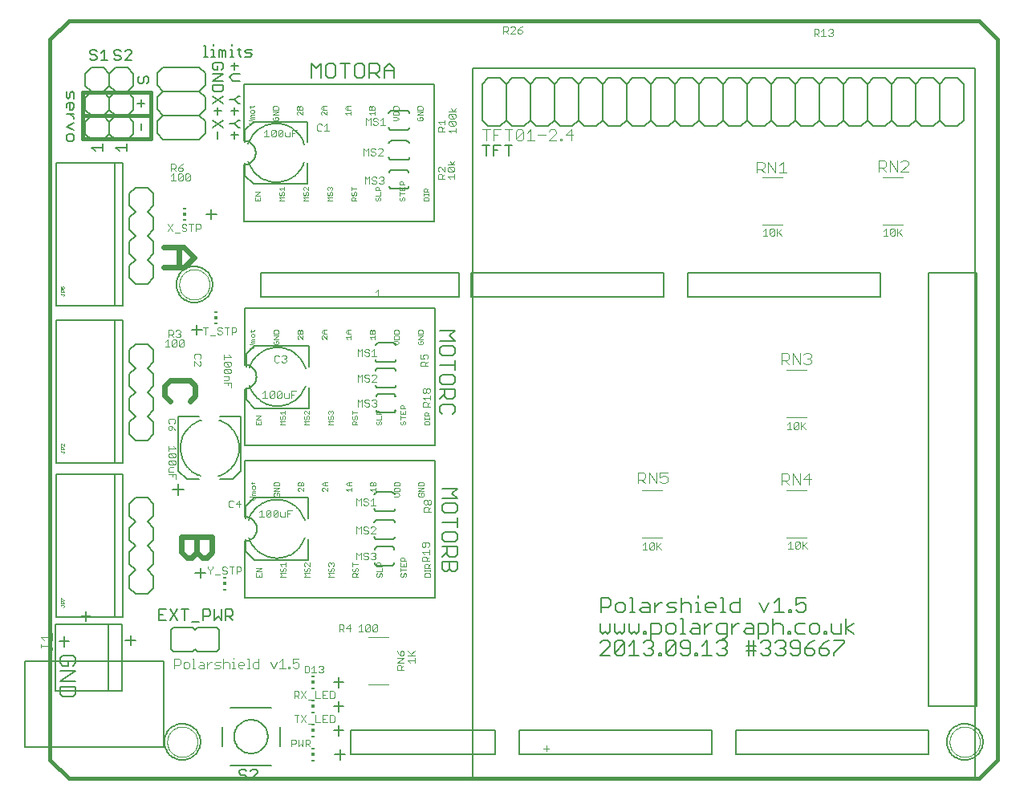
<source format=gto>
G75*
G70*
%OFA0B0*%
%FSLAX24Y24*%
%IPPOS*%
%LPD*%
%AMOC8*
5,1,8,0,0,1.08239X$1,22.5*
%
%ADD10C,0.0160*%
%ADD11C,0.0030*%
%ADD12C,0.0060*%
%ADD13C,0.0050*%
%ADD14C,0.0230*%
%ADD15C,0.0000*%
%ADD16R,0.0118X0.0059*%
%ADD17R,0.0118X0.0118*%
%ADD18C,0.0040*%
%ADD19C,0.0080*%
%ADD20C,0.0020*%
%ADD21C,0.0010*%
D10*
X003160Y001147D02*
X003947Y000359D01*
X041743Y000359D01*
X042530Y001147D01*
X042530Y031068D01*
X041743Y031855D01*
X003947Y031855D01*
X003160Y031068D01*
X003160Y001147D01*
X004516Y026936D02*
X004516Y027920D01*
X004516Y028865D01*
X007368Y028865D01*
X007368Y027920D01*
X007368Y026936D01*
X004516Y026936D01*
X004516Y027920D02*
X007368Y027920D01*
D11*
X008186Y025894D02*
X008331Y025894D01*
X008379Y025846D01*
X008379Y025749D01*
X008331Y025701D01*
X008186Y025701D01*
X008282Y025701D02*
X008379Y025604D01*
X008480Y025653D02*
X008480Y025749D01*
X008625Y025749D01*
X008674Y025701D01*
X008674Y025653D01*
X008625Y025604D01*
X008529Y025604D01*
X008480Y025653D01*
X008480Y025749D02*
X008577Y025846D01*
X008674Y025894D01*
X008631Y025494D02*
X008679Y025446D01*
X008486Y025253D01*
X008534Y025204D01*
X008631Y025204D01*
X008679Y025253D01*
X008679Y025446D01*
X008631Y025494D02*
X008534Y025494D01*
X008486Y025446D01*
X008486Y025253D01*
X008385Y025204D02*
X008191Y025204D01*
X008288Y025204D02*
X008288Y025494D01*
X008191Y025398D01*
X008186Y025604D02*
X008186Y025894D01*
X008780Y025446D02*
X008829Y025494D01*
X008925Y025494D01*
X008974Y025446D01*
X008780Y025253D01*
X008829Y025204D01*
X008925Y025204D01*
X008974Y025253D01*
X008974Y025446D01*
X008780Y025446D02*
X008780Y025253D01*
X008786Y023394D02*
X008689Y023394D01*
X008641Y023346D01*
X008641Y023298D01*
X008689Y023249D01*
X008786Y023249D01*
X008835Y023201D01*
X008835Y023153D01*
X008786Y023104D01*
X008689Y023104D01*
X008641Y023153D01*
X008540Y023056D02*
X008346Y023056D01*
X008245Y023104D02*
X008052Y023394D01*
X008245Y023394D02*
X008052Y023104D01*
X008786Y023394D02*
X008835Y023346D01*
X008936Y023394D02*
X009129Y023394D01*
X009032Y023394D02*
X009032Y023104D01*
X009230Y023104D02*
X009230Y023394D01*
X009375Y023394D01*
X009424Y023346D01*
X009424Y023249D01*
X009375Y023201D01*
X009230Y023201D01*
X012050Y027027D02*
X012244Y027027D01*
X012147Y027027D02*
X012147Y027318D01*
X012050Y027221D01*
X012345Y027269D02*
X012393Y027318D01*
X012490Y027318D01*
X012538Y027269D01*
X012345Y027076D01*
X012393Y027027D01*
X012490Y027027D01*
X012538Y027076D01*
X012538Y027269D01*
X012639Y027269D02*
X012688Y027318D01*
X012785Y027318D01*
X012833Y027269D01*
X012639Y027076D01*
X012688Y027027D01*
X012785Y027027D01*
X012833Y027076D01*
X012833Y027269D01*
X012934Y027221D02*
X012934Y027076D01*
X012982Y027027D01*
X013128Y027027D01*
X013128Y027221D01*
X013229Y027173D02*
X013326Y027173D01*
X013422Y027318D02*
X013229Y027318D01*
X013229Y027027D01*
X012639Y027076D02*
X012639Y027269D01*
X012345Y027269D02*
X012345Y027076D01*
X014270Y027323D02*
X014319Y027275D01*
X014415Y027275D01*
X014464Y027323D01*
X014565Y027275D02*
X014758Y027275D01*
X014662Y027275D02*
X014662Y027565D01*
X014565Y027469D01*
X014464Y027517D02*
X014415Y027565D01*
X014319Y027565D01*
X014270Y027517D01*
X014270Y027323D01*
X016290Y027516D02*
X016290Y027806D01*
X016386Y027709D01*
X016483Y027806D01*
X016483Y027516D01*
X016584Y027564D02*
X016633Y027516D01*
X016729Y027516D01*
X016778Y027564D01*
X016778Y027612D01*
X016729Y027661D01*
X016633Y027661D01*
X016584Y027709D01*
X016584Y027757D01*
X016633Y027806D01*
X016729Y027806D01*
X016778Y027757D01*
X016879Y027709D02*
X016976Y027806D01*
X016976Y027516D01*
X017072Y027516D02*
X016879Y027516D01*
X016924Y026540D02*
X016827Y026540D01*
X016779Y026492D01*
X016678Y026492D02*
X016629Y026540D01*
X016533Y026540D01*
X016484Y026492D01*
X016484Y026443D01*
X016533Y026395D01*
X016629Y026395D01*
X016678Y026347D01*
X016678Y026298D01*
X016629Y026250D01*
X016533Y026250D01*
X016484Y026298D01*
X016383Y026250D02*
X016383Y026540D01*
X016286Y026443D01*
X016190Y026540D01*
X016190Y026250D01*
X016779Y026250D02*
X016972Y026443D01*
X016972Y026492D01*
X016924Y026540D01*
X016972Y026250D02*
X016779Y026250D01*
X016877Y025364D02*
X016829Y025315D01*
X016877Y025364D02*
X016974Y025364D01*
X017022Y025315D01*
X017022Y025267D01*
X016974Y025219D01*
X017022Y025170D01*
X017022Y025122D01*
X016974Y025073D01*
X016877Y025073D01*
X016829Y025122D01*
X016728Y025122D02*
X016679Y025073D01*
X016583Y025073D01*
X016534Y025122D01*
X016583Y025219D02*
X016679Y025219D01*
X016728Y025170D01*
X016728Y025122D01*
X016583Y025219D02*
X016534Y025267D01*
X016534Y025315D01*
X016583Y025364D01*
X016679Y025364D01*
X016728Y025315D01*
X016926Y025219D02*
X016974Y025219D01*
X016433Y025364D02*
X016433Y025073D01*
X016240Y025073D02*
X016240Y025364D01*
X016336Y025267D01*
X016433Y025364D01*
X019275Y025430D02*
X019275Y025285D01*
X019565Y025285D01*
X019468Y025285D02*
X019468Y025430D01*
X019420Y025478D01*
X019323Y025478D01*
X019275Y025430D01*
X019323Y025580D02*
X019275Y025628D01*
X019275Y025725D01*
X019323Y025773D01*
X019372Y025773D01*
X019565Y025580D01*
X019565Y025773D01*
X019675Y025729D02*
X019723Y025777D01*
X019917Y025584D01*
X019965Y025632D01*
X019965Y025729D01*
X019917Y025777D01*
X019723Y025777D01*
X019675Y025729D02*
X019675Y025632D01*
X019723Y025584D01*
X019917Y025584D01*
X019965Y025483D02*
X019965Y025289D01*
X019965Y025386D02*
X019675Y025386D01*
X019772Y025289D01*
X019565Y025478D02*
X019468Y025382D01*
X019675Y025879D02*
X019965Y025879D01*
X019868Y025879D02*
X019965Y026024D01*
X019868Y025879D02*
X019772Y026024D01*
X019822Y027195D02*
X019725Y027291D01*
X020015Y027291D01*
X020015Y027195D02*
X020015Y027388D01*
X019967Y027489D02*
X019773Y027683D01*
X019967Y027683D01*
X020015Y027634D01*
X020015Y027538D01*
X019967Y027489D01*
X019773Y027489D01*
X019725Y027538D01*
X019725Y027634D01*
X019773Y027683D01*
X019773Y027784D02*
X019725Y027832D01*
X019725Y027929D01*
X019773Y027977D01*
X019967Y027784D01*
X020015Y027832D01*
X020015Y027929D01*
X019967Y027977D01*
X019773Y027977D01*
X019725Y028079D02*
X020015Y028079D01*
X019918Y028079D02*
X020015Y028224D01*
X019918Y028079D02*
X019822Y028224D01*
X019773Y027784D02*
X019967Y027784D01*
X019565Y027723D02*
X019565Y027530D01*
X019565Y027626D02*
X019275Y027626D01*
X019372Y027530D01*
X019420Y027428D02*
X019468Y027380D01*
X019468Y027235D01*
X019468Y027332D02*
X019565Y027428D01*
X019420Y027428D02*
X019323Y027428D01*
X019275Y027380D01*
X019275Y027235D01*
X019565Y027235D01*
X021995Y031321D02*
X021995Y031611D01*
X022141Y031611D01*
X022189Y031563D01*
X022189Y031466D01*
X022141Y031417D01*
X021995Y031417D01*
X022092Y031417D02*
X022189Y031321D01*
X022290Y031321D02*
X022484Y031514D01*
X022484Y031563D01*
X022435Y031611D01*
X022338Y031611D01*
X022290Y031563D01*
X022290Y031321D02*
X022484Y031321D01*
X022585Y031369D02*
X022633Y031321D01*
X022730Y031321D01*
X022778Y031369D01*
X022778Y031417D01*
X022730Y031466D01*
X022585Y031466D01*
X022585Y031369D01*
X022585Y031466D02*
X022682Y031563D01*
X022778Y031611D01*
X032775Y023118D02*
X032872Y023214D01*
X032872Y022924D01*
X032968Y022924D02*
X032775Y022924D01*
X033070Y022973D02*
X033070Y023166D01*
X033118Y023214D01*
X033215Y023214D01*
X033263Y023166D01*
X033070Y022973D01*
X033118Y022924D01*
X033215Y022924D01*
X033263Y022973D01*
X033263Y023166D01*
X033364Y023214D02*
X033364Y022924D01*
X033364Y023021D02*
X033558Y023214D01*
X033413Y023069D02*
X033558Y022924D01*
X037775Y022924D02*
X037968Y022924D01*
X037872Y022924D02*
X037872Y023214D01*
X037775Y023118D01*
X038070Y023166D02*
X038118Y023214D01*
X038215Y023214D01*
X038263Y023166D01*
X038070Y022973D01*
X038118Y022924D01*
X038215Y022924D01*
X038263Y022973D01*
X038263Y023166D01*
X038364Y023214D02*
X038364Y022924D01*
X038364Y023021D02*
X038558Y023214D01*
X038413Y023069D02*
X038558Y022924D01*
X038070Y022973D02*
X038070Y023166D01*
X035641Y031202D02*
X035544Y031202D01*
X035495Y031251D01*
X035394Y031202D02*
X035201Y031202D01*
X035298Y031202D02*
X035298Y031492D01*
X035201Y031396D01*
X035100Y031444D02*
X035100Y031347D01*
X035051Y031299D01*
X034906Y031299D01*
X035003Y031299D02*
X035100Y031202D01*
X034906Y031202D02*
X034906Y031492D01*
X035051Y031492D01*
X035100Y031444D01*
X035495Y031444D02*
X035544Y031492D01*
X035641Y031492D01*
X035689Y031444D01*
X035689Y031396D01*
X035641Y031347D01*
X035689Y031299D01*
X035689Y031251D01*
X035641Y031202D01*
X035641Y031347D02*
X035592Y031347D01*
X018857Y017937D02*
X018857Y017840D01*
X018809Y017792D01*
X018712Y017792D02*
X018664Y017889D01*
X018664Y017937D01*
X018712Y017985D01*
X018809Y017985D01*
X018857Y017937D01*
X018712Y017792D02*
X018567Y017792D01*
X018567Y017985D01*
X018616Y017691D02*
X018567Y017642D01*
X018567Y017497D01*
X018857Y017497D01*
X018761Y017497D02*
X018761Y017642D01*
X018712Y017691D01*
X018616Y017691D01*
X018761Y017594D02*
X018857Y017691D01*
X018848Y016582D02*
X018897Y016582D01*
X018945Y016534D01*
X018945Y016437D01*
X018897Y016388D01*
X018848Y016388D01*
X018800Y016437D01*
X018800Y016534D01*
X018848Y016582D01*
X018800Y016534D02*
X018752Y016582D01*
X018703Y016582D01*
X018655Y016534D01*
X018655Y016437D01*
X018703Y016388D01*
X018752Y016388D01*
X018800Y016437D01*
X018945Y016287D02*
X018945Y016094D01*
X018945Y016191D02*
X018655Y016191D01*
X018752Y016094D01*
X018800Y015993D02*
X018848Y015944D01*
X018848Y015799D01*
X018848Y015896D02*
X018945Y015993D01*
X018800Y015993D02*
X018703Y015993D01*
X018655Y015944D01*
X018655Y015799D01*
X018945Y015799D01*
X016722Y015872D02*
X016674Y015823D01*
X016577Y015823D01*
X016529Y015872D01*
X016428Y015872D02*
X016379Y015823D01*
X016283Y015823D01*
X016234Y015872D01*
X016283Y015969D02*
X016379Y015969D01*
X016428Y015920D01*
X016428Y015872D01*
X016283Y015969D02*
X016234Y016017D01*
X016234Y016065D01*
X016283Y016114D01*
X016379Y016114D01*
X016428Y016065D01*
X016529Y016065D02*
X016577Y016114D01*
X016674Y016114D01*
X016722Y016065D01*
X016722Y016017D01*
X016674Y015969D01*
X016722Y015920D01*
X016722Y015872D01*
X016674Y015969D02*
X016626Y015969D01*
X016133Y016114D02*
X016133Y015823D01*
X015940Y015823D02*
X015940Y016114D01*
X016036Y016017D01*
X016133Y016114D01*
X016133Y016850D02*
X016133Y017140D01*
X016036Y017043D01*
X015940Y017140D01*
X015940Y016850D01*
X016234Y016898D02*
X016283Y016850D01*
X016379Y016850D01*
X016428Y016898D01*
X016428Y016947D01*
X016379Y016995D01*
X016283Y016995D01*
X016234Y017043D01*
X016234Y017092D01*
X016283Y017140D01*
X016379Y017140D01*
X016428Y017092D01*
X016529Y017092D02*
X016577Y017140D01*
X016674Y017140D01*
X016722Y017092D01*
X016722Y017043D01*
X016529Y016850D01*
X016722Y016850D01*
X016722Y017916D02*
X016529Y017916D01*
X016626Y017916D02*
X016626Y018206D01*
X016529Y018109D01*
X016428Y018157D02*
X016379Y018206D01*
X016283Y018206D01*
X016234Y018157D01*
X016234Y018109D01*
X016283Y018061D01*
X016379Y018061D01*
X016428Y018012D01*
X016428Y017964D01*
X016379Y017916D01*
X016283Y017916D01*
X016234Y017964D01*
X016133Y017916D02*
X016133Y018206D01*
X016036Y018109D01*
X015940Y018206D01*
X015940Y017916D01*
X013372Y016465D02*
X013178Y016465D01*
X013178Y016174D01*
X013077Y016174D02*
X013077Y016368D01*
X013178Y016319D02*
X013275Y016319D01*
X013077Y016174D02*
X012932Y016174D01*
X012884Y016223D01*
X012884Y016368D01*
X012783Y016416D02*
X012589Y016223D01*
X012637Y016174D01*
X012734Y016174D01*
X012783Y016223D01*
X012783Y016416D01*
X012734Y016465D01*
X012637Y016465D01*
X012589Y016416D01*
X012589Y016223D01*
X012488Y016223D02*
X012440Y016174D01*
X012343Y016174D01*
X012294Y016223D01*
X012488Y016416D01*
X012488Y016223D01*
X012488Y016416D02*
X012440Y016465D01*
X012343Y016465D01*
X012294Y016416D01*
X012294Y016223D01*
X012193Y016174D02*
X012000Y016174D01*
X012097Y016174D02*
X012097Y016465D01*
X012000Y016368D01*
X010685Y016603D02*
X010685Y016796D01*
X010394Y016796D01*
X010394Y016897D02*
X010539Y016897D01*
X010588Y016946D01*
X010588Y017091D01*
X010394Y017091D01*
X010443Y017192D02*
X010394Y017240D01*
X010394Y017337D01*
X010443Y017385D01*
X010636Y017192D01*
X010443Y017192D01*
X010636Y017192D02*
X010685Y017240D01*
X010685Y017337D01*
X010636Y017385D01*
X010443Y017385D01*
X010443Y017487D02*
X010394Y017535D01*
X010394Y017632D01*
X010443Y017680D01*
X010636Y017487D01*
X010443Y017487D01*
X010443Y017680D02*
X010636Y017680D01*
X010685Y017632D01*
X010685Y017535D01*
X010636Y017487D01*
X010394Y017781D02*
X010394Y017975D01*
X010394Y017878D02*
X010685Y017878D01*
X010588Y017975D01*
X010506Y018824D02*
X010506Y019114D01*
X010602Y019114D02*
X010409Y019114D01*
X010308Y019066D02*
X010259Y019114D01*
X010163Y019114D01*
X010114Y019066D01*
X010114Y019018D01*
X010163Y018969D01*
X010259Y018969D01*
X010308Y018921D01*
X010308Y018873D01*
X010259Y018824D01*
X010163Y018824D01*
X010114Y018873D01*
X010013Y018776D02*
X009820Y018776D01*
X009622Y018824D02*
X009622Y019114D01*
X009718Y019114D02*
X009525Y019114D01*
X008574Y018946D02*
X008574Y018898D01*
X008525Y018849D01*
X008574Y018801D01*
X008574Y018753D01*
X008525Y018704D01*
X008429Y018704D01*
X008380Y018753D01*
X008279Y018704D02*
X008182Y018801D01*
X008231Y018801D02*
X008086Y018801D01*
X008086Y018704D02*
X008086Y018994D01*
X008231Y018994D01*
X008279Y018946D01*
X008279Y018849D01*
X008231Y018801D01*
X008380Y018946D02*
X008429Y018994D01*
X008525Y018994D01*
X008574Y018946D01*
X008525Y018849D02*
X008477Y018849D01*
X008381Y018594D02*
X008429Y018546D01*
X008236Y018353D01*
X008284Y018304D01*
X008381Y018304D01*
X008429Y018353D01*
X008429Y018546D01*
X008381Y018594D02*
X008284Y018594D01*
X008236Y018546D01*
X008236Y018353D01*
X008135Y018304D02*
X007941Y018304D01*
X008038Y018304D02*
X008038Y018594D01*
X007941Y018498D01*
X008530Y018546D02*
X008579Y018594D01*
X008675Y018594D01*
X008724Y018546D01*
X008530Y018353D01*
X008579Y018304D01*
X008675Y018304D01*
X008724Y018353D01*
X008724Y018546D01*
X008530Y018546D02*
X008530Y018353D01*
X009144Y017951D02*
X009144Y017855D01*
X009193Y017806D01*
X009144Y017705D02*
X009338Y017512D01*
X009386Y017512D01*
X009435Y017560D01*
X009435Y017657D01*
X009386Y017705D01*
X009386Y017806D02*
X009435Y017855D01*
X009435Y017951D01*
X009386Y018000D01*
X009193Y018000D01*
X009144Y017951D01*
X009144Y017705D02*
X009144Y017512D01*
X010539Y016796D02*
X010539Y016699D01*
X012490Y017699D02*
X012538Y017650D01*
X012635Y017650D01*
X012683Y017699D01*
X012785Y017699D02*
X012833Y017650D01*
X012930Y017650D01*
X012978Y017699D01*
X012978Y017747D01*
X012930Y017795D01*
X012881Y017795D01*
X012930Y017795D02*
X012978Y017844D01*
X012978Y017892D01*
X012930Y017940D01*
X012833Y017940D01*
X012785Y017892D01*
X012683Y017892D02*
X012635Y017940D01*
X012538Y017940D01*
X012490Y017892D01*
X012490Y017699D01*
X010897Y018969D02*
X010849Y018921D01*
X010704Y018921D01*
X010704Y018824D02*
X010704Y019114D01*
X010849Y019114D01*
X010897Y019066D01*
X010897Y018969D01*
X008319Y015316D02*
X008126Y015316D01*
X008077Y015268D01*
X008077Y015171D01*
X008126Y015123D01*
X008126Y015022D02*
X008077Y014973D01*
X008077Y014877D01*
X008126Y014828D01*
X008174Y014828D01*
X008223Y014877D01*
X008223Y015022D01*
X008126Y015022D01*
X008223Y015022D02*
X008319Y014925D01*
X008368Y014828D01*
X008319Y015123D02*
X008368Y015171D01*
X008368Y015268D01*
X008319Y015316D01*
X008286Y014180D02*
X008383Y014084D01*
X008093Y014084D01*
X008093Y014180D02*
X008093Y013987D01*
X008141Y013886D02*
X008334Y013692D01*
X008141Y013692D01*
X008093Y013741D01*
X008093Y013837D01*
X008141Y013886D01*
X008334Y013886D01*
X008383Y013837D01*
X008383Y013741D01*
X008334Y013692D01*
X008334Y013591D02*
X008383Y013543D01*
X008383Y013446D01*
X008334Y013398D01*
X008141Y013591D01*
X008093Y013543D01*
X008093Y013446D01*
X008141Y013398D01*
X008334Y013398D01*
X008286Y013296D02*
X008141Y013296D01*
X008093Y013248D01*
X008093Y013103D01*
X008286Y013103D01*
X008238Y013002D02*
X008238Y012905D01*
X008383Y013002D02*
X008383Y012808D01*
X008383Y013002D02*
X008093Y013002D01*
X008141Y013591D02*
X008334Y013591D01*
X010593Y011873D02*
X010593Y011680D01*
X010641Y011631D01*
X010738Y011631D01*
X010786Y011680D01*
X010887Y011776D02*
X011081Y011776D01*
X011033Y011631D02*
X011033Y011921D01*
X010887Y011776D01*
X010786Y011873D02*
X010738Y011921D01*
X010641Y011921D01*
X010593Y011873D01*
X011848Y011427D02*
X011944Y011524D01*
X011944Y011234D01*
X011848Y011234D02*
X012041Y011234D01*
X012142Y011282D02*
X012336Y011475D01*
X012336Y011282D01*
X012287Y011234D01*
X012191Y011234D01*
X012142Y011282D01*
X012142Y011475D01*
X012191Y011524D01*
X012287Y011524D01*
X012336Y011475D01*
X012437Y011475D02*
X012437Y011282D01*
X012630Y011475D01*
X012630Y011282D01*
X012582Y011234D01*
X012485Y011234D01*
X012437Y011282D01*
X012437Y011475D02*
X012485Y011524D01*
X012582Y011524D01*
X012630Y011475D01*
X012732Y011427D02*
X012732Y011282D01*
X012780Y011234D01*
X012925Y011234D01*
X012925Y011427D01*
X013026Y011379D02*
X013123Y011379D01*
X013026Y011524D02*
X013220Y011524D01*
X013026Y011524D02*
X013026Y011234D01*
X011049Y009164D02*
X011097Y009116D01*
X011097Y009019D01*
X011049Y008971D01*
X010904Y008971D01*
X010904Y008874D02*
X010904Y009164D01*
X011049Y009164D01*
X010802Y009164D02*
X010609Y009164D01*
X010706Y009164D02*
X010706Y008874D01*
X010508Y008923D02*
X010459Y008874D01*
X010363Y008874D01*
X010314Y008923D01*
X010363Y009019D02*
X010459Y009019D01*
X010508Y008971D01*
X010508Y008923D01*
X010363Y009019D02*
X010314Y009068D01*
X010314Y009116D01*
X010363Y009164D01*
X010459Y009164D01*
X010508Y009116D01*
X010213Y008826D02*
X010020Y008826D01*
X009822Y008874D02*
X009822Y009019D01*
X009918Y009116D01*
X009918Y009164D01*
X009822Y009019D02*
X009725Y009116D01*
X009725Y009164D01*
X009134Y005326D02*
X009134Y004956D01*
X009072Y004956D02*
X009196Y004956D01*
X009318Y005017D02*
X009380Y005079D01*
X009565Y005079D01*
X009565Y005141D02*
X009565Y004956D01*
X009380Y004956D01*
X009318Y005017D01*
X009380Y005203D02*
X009503Y005203D01*
X009565Y005141D01*
X009686Y005203D02*
X009686Y004956D01*
X009686Y005079D02*
X009810Y005203D01*
X009871Y005203D01*
X009993Y005141D02*
X010055Y005203D01*
X010240Y005203D01*
X010361Y005141D02*
X010423Y005203D01*
X010547Y005203D01*
X010608Y005141D01*
X010608Y004956D01*
X010730Y004956D02*
X010853Y004956D01*
X010791Y004956D02*
X010791Y005203D01*
X010730Y005203D01*
X010791Y005326D02*
X010791Y005388D01*
X011037Y005203D02*
X011160Y005203D01*
X011222Y005141D01*
X011222Y005079D01*
X010975Y005079D01*
X010975Y005017D02*
X010975Y005141D01*
X011037Y005203D01*
X010975Y005017D02*
X011037Y004956D01*
X011160Y004956D01*
X011344Y004956D02*
X011467Y004956D01*
X011405Y004956D02*
X011405Y005326D01*
X011344Y005326D01*
X011589Y005141D02*
X011651Y005203D01*
X011836Y005203D01*
X011836Y005326D02*
X011836Y004956D01*
X011651Y004956D01*
X011589Y005017D01*
X011589Y005141D01*
X012326Y005203D02*
X012449Y004956D01*
X012573Y005203D01*
X012694Y005203D02*
X012817Y005326D01*
X012817Y004956D01*
X012694Y004956D02*
X012941Y004956D01*
X013062Y004956D02*
X013124Y004956D01*
X013124Y005017D01*
X013062Y005017D01*
X013062Y004956D01*
X013246Y005017D02*
X013308Y004956D01*
X013432Y004956D01*
X013493Y005017D01*
X013493Y005141D01*
X013432Y005203D01*
X013370Y005203D01*
X013246Y005141D01*
X013246Y005326D01*
X013493Y005326D01*
X013452Y003994D02*
X013501Y003946D01*
X013501Y003849D01*
X013452Y003801D01*
X013307Y003801D01*
X013307Y003704D02*
X013307Y003994D01*
X013452Y003994D01*
X013602Y003994D02*
X013795Y003704D01*
X013896Y003656D02*
X014090Y003656D01*
X014191Y003704D02*
X014191Y003994D01*
X014191Y003704D02*
X014385Y003704D01*
X014486Y003704D02*
X014679Y003704D01*
X014780Y003704D02*
X014925Y003704D01*
X014974Y003753D01*
X014974Y003946D01*
X014925Y003994D01*
X014780Y003994D01*
X014780Y003704D01*
X014582Y003849D02*
X014486Y003849D01*
X014486Y003994D02*
X014486Y003704D01*
X014486Y003994D02*
X014679Y003994D01*
X013795Y003994D02*
X013602Y003704D01*
X013501Y003704D02*
X013404Y003801D01*
X013404Y002994D02*
X013404Y002704D01*
X013602Y002704D02*
X013795Y002994D01*
X013602Y002994D02*
X013795Y002704D01*
X013896Y002656D02*
X014090Y002656D01*
X014191Y002704D02*
X014191Y002994D01*
X014191Y002704D02*
X014385Y002704D01*
X014486Y002704D02*
X014679Y002704D01*
X014780Y002704D02*
X014925Y002704D01*
X014974Y002753D01*
X014974Y002946D01*
X014925Y002994D01*
X014780Y002994D01*
X014780Y002704D01*
X014582Y002849D02*
X014486Y002849D01*
X014486Y002994D02*
X014486Y002704D01*
X014486Y002994D02*
X014679Y002994D01*
X013501Y002994D02*
X013307Y002994D01*
X013326Y001986D02*
X013181Y001986D01*
X013181Y001696D01*
X013181Y001793D02*
X013326Y001793D01*
X013375Y001841D01*
X013375Y001938D01*
X013326Y001986D01*
X013476Y001986D02*
X013476Y001696D01*
X013573Y001793D01*
X013669Y001696D01*
X013669Y001986D01*
X013771Y001986D02*
X013771Y001696D01*
X013771Y001793D02*
X013916Y001793D01*
X013964Y001841D01*
X013964Y001938D01*
X013916Y001986D01*
X013771Y001986D01*
X013867Y001793D02*
X013964Y001696D01*
X017575Y004890D02*
X017575Y005035D01*
X017623Y005084D01*
X017720Y005084D01*
X017768Y005035D01*
X017768Y004890D01*
X017768Y004987D02*
X017865Y005084D01*
X017865Y005185D02*
X017575Y005185D01*
X017865Y005378D01*
X017575Y005378D01*
X017720Y005480D02*
X017720Y005625D01*
X017768Y005673D01*
X017817Y005673D01*
X017865Y005625D01*
X017865Y005528D01*
X017817Y005480D01*
X017720Y005480D01*
X017623Y005576D01*
X017575Y005673D01*
X018025Y005673D02*
X018218Y005480D01*
X018170Y005528D02*
X018315Y005673D01*
X018315Y005480D02*
X018025Y005480D01*
X018025Y005282D02*
X018315Y005282D01*
X018315Y005378D02*
X018315Y005185D01*
X018122Y005185D02*
X018025Y005282D01*
X017865Y004890D02*
X017575Y004890D01*
X016709Y006474D02*
X016613Y006474D01*
X016564Y006523D01*
X016758Y006716D01*
X016758Y006523D01*
X016709Y006474D01*
X016564Y006523D02*
X016564Y006716D01*
X016613Y006764D01*
X016709Y006764D01*
X016758Y006716D01*
X016463Y006716D02*
X016270Y006523D01*
X016318Y006474D01*
X016415Y006474D01*
X016463Y006523D01*
X016463Y006716D01*
X016415Y006764D01*
X016318Y006764D01*
X016270Y006716D01*
X016270Y006523D01*
X016168Y006474D02*
X015975Y006474D01*
X016072Y006474D02*
X016072Y006764D01*
X015975Y006668D01*
X015663Y006619D02*
X015470Y006619D01*
X015615Y006764D01*
X015615Y006474D01*
X015368Y006474D02*
X015272Y006571D01*
X015320Y006571D02*
X015175Y006571D01*
X015175Y006474D02*
X015175Y006764D01*
X015320Y006764D01*
X015368Y006716D01*
X015368Y006619D01*
X015320Y006571D01*
X018621Y009392D02*
X018621Y009537D01*
X018670Y009585D01*
X018767Y009585D01*
X018815Y009537D01*
X018815Y009392D01*
X018815Y009489D02*
X018912Y009585D01*
X018912Y009687D02*
X018912Y009880D01*
X018912Y009783D02*
X018621Y009783D01*
X018718Y009687D01*
X018718Y009981D02*
X018767Y010030D01*
X018767Y010175D01*
X018863Y010175D02*
X018670Y010175D01*
X018621Y010126D01*
X018621Y010030D01*
X018670Y009981D01*
X018718Y009981D01*
X018863Y009981D02*
X018912Y010030D01*
X018912Y010126D01*
X018863Y010175D01*
X018912Y009392D02*
X018621Y009392D01*
X016672Y009511D02*
X016623Y009463D01*
X016526Y009463D01*
X016478Y009511D01*
X016377Y009511D02*
X016329Y009463D01*
X016232Y009463D01*
X016183Y009511D01*
X016232Y009608D02*
X016329Y009608D01*
X016377Y009560D01*
X016377Y009511D01*
X016232Y009608D02*
X016183Y009656D01*
X016183Y009705D01*
X016232Y009753D01*
X016329Y009753D01*
X016377Y009705D01*
X016478Y009705D02*
X016526Y009753D01*
X016623Y009753D01*
X016672Y009705D01*
X016672Y009656D01*
X016623Y009608D01*
X016672Y009560D01*
X016672Y009511D01*
X016623Y009608D02*
X016575Y009608D01*
X016082Y009753D02*
X016082Y009463D01*
X015889Y009463D02*
X015889Y009753D01*
X015986Y009656D01*
X016082Y009753D01*
X016082Y010539D02*
X016082Y010829D01*
X015986Y010733D01*
X015889Y010829D01*
X015889Y010539D01*
X016183Y010588D02*
X016232Y010539D01*
X016329Y010539D01*
X016377Y010588D01*
X016377Y010636D01*
X016329Y010684D01*
X016232Y010684D01*
X016183Y010733D01*
X016183Y010781D01*
X016232Y010829D01*
X016329Y010829D01*
X016377Y010781D01*
X016478Y010781D02*
X016526Y010829D01*
X016623Y010829D01*
X016672Y010781D01*
X016672Y010733D01*
X016478Y010539D01*
X016672Y010539D01*
X016672Y011716D02*
X016478Y011716D01*
X016575Y011716D02*
X016575Y012006D01*
X016478Y011909D01*
X016377Y011957D02*
X016329Y012006D01*
X016232Y012006D01*
X016183Y011957D01*
X016183Y011909D01*
X016232Y011861D01*
X016329Y011861D01*
X016377Y011812D01*
X016377Y011764D01*
X016329Y011716D01*
X016232Y011716D01*
X016183Y011764D01*
X016082Y011716D02*
X016082Y012006D01*
X015986Y011909D01*
X015889Y012006D01*
X015889Y011716D01*
X018698Y011801D02*
X018698Y011898D01*
X018747Y011946D01*
X018795Y011946D01*
X018843Y011898D01*
X018843Y011801D01*
X018795Y011753D01*
X018747Y011753D01*
X018698Y011801D01*
X018843Y011801D02*
X018892Y011753D01*
X018940Y011753D01*
X018989Y011801D01*
X018989Y011898D01*
X018940Y011946D01*
X018892Y011946D01*
X018843Y011898D01*
X018843Y011652D02*
X018892Y011603D01*
X018892Y011458D01*
X018989Y011458D02*
X018698Y011458D01*
X018698Y011603D01*
X018747Y011652D01*
X018843Y011652D01*
X018892Y011555D02*
X018989Y011652D01*
X010361Y005326D02*
X010361Y004956D01*
X010240Y005017D02*
X010178Y005079D01*
X010055Y005079D01*
X009993Y005141D01*
X009993Y004956D02*
X010178Y004956D01*
X010240Y005017D01*
X009134Y005326D02*
X009072Y005326D01*
X008889Y005203D02*
X008766Y005203D01*
X008704Y005141D01*
X008704Y005017D01*
X008766Y004956D01*
X008889Y004956D01*
X008951Y005017D01*
X008951Y005141D01*
X008889Y005203D01*
X008583Y005264D02*
X008583Y005141D01*
X008521Y005079D01*
X008336Y005079D01*
X008336Y004956D02*
X008336Y005326D01*
X008521Y005326D01*
X008583Y005264D01*
X023649Y001623D02*
X023896Y001623D01*
X023772Y001746D02*
X023772Y001499D01*
X027775Y009874D02*
X027968Y009874D01*
X027872Y009874D02*
X027872Y010164D01*
X027775Y010068D01*
X028070Y010116D02*
X028118Y010164D01*
X028215Y010164D01*
X028263Y010116D01*
X028070Y009923D01*
X028118Y009874D01*
X028215Y009874D01*
X028263Y009923D01*
X028263Y010116D01*
X028364Y010164D02*
X028364Y009874D01*
X028364Y009971D02*
X028558Y010164D01*
X028413Y010019D02*
X028558Y009874D01*
X028070Y009923D02*
X028070Y010116D01*
X033825Y010118D02*
X033922Y010214D01*
X033922Y009924D01*
X034018Y009924D02*
X033825Y009924D01*
X034120Y009973D02*
X034313Y010166D01*
X034313Y009973D01*
X034265Y009924D01*
X034168Y009924D01*
X034120Y009973D01*
X034120Y010166D01*
X034168Y010214D01*
X034265Y010214D01*
X034313Y010166D01*
X034414Y010214D02*
X034414Y009924D01*
X034414Y010021D02*
X034608Y010214D01*
X034463Y010069D02*
X034608Y009924D01*
X034558Y014874D02*
X034413Y015019D01*
X034364Y014971D02*
X034558Y015164D01*
X034364Y015164D02*
X034364Y014874D01*
X034263Y014923D02*
X034215Y014874D01*
X034118Y014874D01*
X034070Y014923D01*
X034263Y015116D01*
X034263Y014923D01*
X034263Y015116D02*
X034215Y015164D01*
X034118Y015164D01*
X034070Y015116D01*
X034070Y014923D01*
X033968Y014874D02*
X033775Y014874D01*
X033872Y014874D02*
X033872Y015164D01*
X033775Y015068D01*
X016868Y020374D02*
X016675Y020374D01*
X016772Y020374D02*
X016772Y020664D01*
X016675Y020568D01*
D12*
X019138Y019906D02*
X011238Y019906D01*
X011238Y017556D01*
X011282Y017554D01*
X011325Y017548D01*
X011367Y017539D01*
X011409Y017526D01*
X011449Y017509D01*
X011488Y017489D01*
X011525Y017466D01*
X011559Y017439D01*
X011592Y017410D01*
X011621Y017377D01*
X011648Y017343D01*
X011671Y017306D01*
X011691Y017267D01*
X011708Y017227D01*
X011721Y017185D01*
X011730Y017143D01*
X011736Y017100D01*
X011738Y017056D01*
X011736Y017012D01*
X011730Y016969D01*
X011721Y016927D01*
X011708Y016885D01*
X011691Y016845D01*
X011671Y016806D01*
X011648Y016769D01*
X011621Y016735D01*
X011592Y016702D01*
X011559Y016673D01*
X011525Y016646D01*
X011488Y016623D01*
X011449Y016603D01*
X011409Y016586D01*
X011367Y016573D01*
X011325Y016564D01*
X011282Y016558D01*
X011238Y016556D01*
X011238Y014206D01*
X019138Y014206D01*
X019138Y019906D01*
X019110Y023509D02*
X011210Y023509D01*
X011210Y025859D01*
X011254Y025861D01*
X011297Y025867D01*
X011339Y025876D01*
X011381Y025889D01*
X011421Y025906D01*
X011460Y025926D01*
X011497Y025949D01*
X011531Y025976D01*
X011564Y026005D01*
X011593Y026038D01*
X011620Y026072D01*
X011643Y026109D01*
X011663Y026148D01*
X011680Y026188D01*
X011693Y026230D01*
X011702Y026272D01*
X011708Y026315D01*
X011710Y026359D01*
X011708Y026403D01*
X011702Y026446D01*
X011693Y026488D01*
X011680Y026530D01*
X011663Y026570D01*
X011643Y026609D01*
X011620Y026646D01*
X011593Y026680D01*
X011564Y026713D01*
X011531Y026742D01*
X011497Y026769D01*
X011460Y026792D01*
X011421Y026812D01*
X011381Y026829D01*
X011339Y026842D01*
X011297Y026851D01*
X011254Y026857D01*
X011210Y026859D01*
X011210Y029209D01*
X019110Y029209D01*
X019110Y023509D01*
X021367Y027473D02*
X021117Y027723D01*
X021117Y029223D01*
X021367Y029473D01*
X021867Y029473D01*
X022117Y029223D01*
X022117Y027723D01*
X021867Y027473D01*
X021367Y027473D01*
X022117Y027723D02*
X022367Y027473D01*
X022867Y027473D01*
X023117Y027723D01*
X023117Y029223D01*
X023367Y029473D01*
X023867Y029473D01*
X024117Y029223D01*
X024117Y027723D01*
X023867Y027473D01*
X023367Y027473D01*
X023117Y027723D01*
X024117Y027723D02*
X024367Y027473D01*
X024867Y027473D01*
X025117Y027723D01*
X025117Y029223D01*
X025367Y029473D01*
X025867Y029473D01*
X026117Y029223D01*
X026117Y027723D01*
X025867Y027473D01*
X025367Y027473D01*
X025117Y027723D01*
X026117Y027723D02*
X026367Y027473D01*
X026867Y027473D01*
X027117Y027723D01*
X027117Y029223D01*
X027367Y029473D01*
X027867Y029473D01*
X028117Y029223D01*
X028117Y027723D01*
X027867Y027473D01*
X027367Y027473D01*
X027117Y027723D01*
X028117Y027723D02*
X028367Y027473D01*
X028867Y027473D01*
X029117Y027723D01*
X029117Y029223D01*
X029367Y029473D01*
X029867Y029473D01*
X030117Y029223D01*
X030117Y027723D01*
X029867Y027473D01*
X029367Y027473D01*
X029117Y027723D01*
X030117Y027723D02*
X030367Y027473D01*
X030867Y027473D01*
X031117Y027723D01*
X031117Y029223D01*
X031367Y029473D01*
X031867Y029473D01*
X032117Y029223D01*
X032117Y027723D01*
X031867Y027473D01*
X031367Y027473D01*
X031117Y027723D01*
X032117Y027723D02*
X032367Y027473D01*
X032867Y027473D01*
X033117Y027723D01*
X033117Y029223D01*
X033367Y029473D01*
X033867Y029473D01*
X034117Y029223D01*
X034117Y027723D01*
X033867Y027473D01*
X033367Y027473D01*
X033117Y027723D01*
X034117Y027723D02*
X034367Y027473D01*
X034867Y027473D01*
X035117Y027723D01*
X035117Y029223D01*
X034867Y029473D01*
X034367Y029473D01*
X034117Y029223D01*
X033117Y029223D02*
X032867Y029473D01*
X032367Y029473D01*
X032117Y029223D01*
X031117Y029223D02*
X030867Y029473D01*
X030367Y029473D01*
X030117Y029223D01*
X029117Y029223D02*
X028867Y029473D01*
X028367Y029473D01*
X028117Y029223D01*
X027117Y029223D02*
X026867Y029473D01*
X026367Y029473D01*
X026117Y029223D01*
X025117Y029223D02*
X024867Y029473D01*
X024367Y029473D01*
X024117Y029223D01*
X023117Y029223D02*
X022867Y029473D01*
X022367Y029473D01*
X022117Y029223D01*
X011544Y030428D02*
X011471Y030501D01*
X011324Y030501D01*
X011251Y030575D01*
X011324Y030648D01*
X011544Y030648D01*
X011544Y030428D02*
X011471Y030355D01*
X011251Y030355D01*
X011090Y030355D02*
X011017Y030428D01*
X011017Y030722D01*
X010944Y030648D02*
X011090Y030648D01*
X010710Y030648D02*
X010710Y030355D01*
X010637Y030355D02*
X010783Y030355D01*
X010826Y030107D02*
X010826Y029813D01*
X010752Y029646D02*
X010605Y029500D01*
X010752Y029353D01*
X011046Y029353D01*
X011046Y029646D02*
X010752Y029646D01*
X010679Y029960D02*
X010972Y029960D01*
X010346Y029887D02*
X010346Y030033D01*
X010272Y030107D01*
X009979Y030107D01*
X009905Y030033D01*
X009905Y029887D01*
X009979Y029813D01*
X010126Y029813D01*
X010126Y029960D01*
X010272Y029813D02*
X010346Y029887D01*
X010346Y029646D02*
X009905Y029353D01*
X010346Y029353D01*
X010346Y029186D02*
X009905Y029186D01*
X009905Y028966D01*
X009979Y028892D01*
X010272Y028892D01*
X010346Y028966D01*
X010346Y029186D01*
X010346Y028707D02*
X009905Y028413D01*
X010126Y028246D02*
X010126Y027953D01*
X010272Y028100D02*
X009979Y028100D01*
X009610Y028159D02*
X009360Y027909D01*
X009610Y027659D01*
X009610Y027159D01*
X009360Y026909D01*
X007860Y026909D01*
X007610Y027159D01*
X007610Y027659D01*
X007860Y027909D01*
X009360Y027909D01*
X009610Y028159D02*
X009610Y028659D01*
X009360Y028909D01*
X007860Y028909D01*
X007610Y028659D01*
X007610Y028159D01*
X007860Y027909D01*
X007096Y028412D02*
X006802Y028412D01*
X006949Y028559D02*
X006949Y028266D01*
X006626Y028156D02*
X006376Y027906D01*
X006626Y027656D01*
X006626Y027156D01*
X006376Y026906D01*
X005876Y026906D01*
X005626Y027156D01*
X005626Y027656D01*
X005876Y027906D01*
X005626Y028156D01*
X005626Y028656D01*
X005876Y028906D01*
X005626Y029156D01*
X005626Y029656D01*
X005876Y029906D01*
X006376Y029906D01*
X006626Y029656D01*
X006626Y029156D01*
X006376Y028906D01*
X006626Y028656D01*
X006626Y028156D01*
X006949Y027585D02*
X006949Y027292D01*
X005626Y027156D02*
X005376Y026906D01*
X004876Y026906D01*
X004626Y027156D01*
X004626Y027656D01*
X004876Y027906D01*
X004626Y028156D01*
X004626Y028656D01*
X004876Y028906D01*
X004626Y029156D01*
X004626Y029656D01*
X004876Y029906D01*
X005376Y029906D01*
X005626Y029656D01*
X005626Y029156D01*
X005376Y028906D01*
X005626Y028656D01*
X005626Y028156D01*
X005376Y027906D01*
X005626Y027656D01*
X005626Y027156D01*
X004149Y027069D02*
X004149Y026922D01*
X004076Y026848D01*
X003929Y026848D01*
X003855Y026922D01*
X003855Y027069D01*
X003929Y027142D01*
X004076Y027142D01*
X004149Y027069D01*
X004149Y027309D02*
X003855Y027456D01*
X004149Y027602D01*
X004149Y027766D02*
X004149Y027839D01*
X004002Y027986D01*
X003855Y027986D02*
X004149Y027986D01*
X004076Y028153D02*
X004002Y028153D01*
X004002Y028446D01*
X003929Y028446D02*
X004076Y028446D01*
X004149Y028373D01*
X004149Y028226D01*
X004076Y028153D01*
X003855Y028226D02*
X003855Y028373D01*
X003929Y028446D01*
X003929Y028613D02*
X004002Y028687D01*
X004002Y028833D01*
X004076Y028907D01*
X004149Y028833D01*
X004149Y028613D01*
X003929Y028613D02*
X003855Y028687D01*
X003855Y028907D01*
X004886Y030210D02*
X004812Y030283D01*
X004886Y030210D02*
X005033Y030210D01*
X005106Y030283D01*
X005106Y030356D01*
X005033Y030430D01*
X004886Y030430D01*
X004812Y030503D01*
X004812Y030577D01*
X004886Y030650D01*
X005033Y030650D01*
X005106Y030577D01*
X005273Y030503D02*
X005420Y030650D01*
X005420Y030210D01*
X005566Y030210D02*
X005273Y030210D01*
X005812Y030278D02*
X005886Y030205D01*
X006033Y030205D01*
X006106Y030278D01*
X006106Y030351D01*
X006033Y030425D01*
X005886Y030425D01*
X005812Y030498D01*
X005812Y030572D01*
X005886Y030645D01*
X006033Y030645D01*
X006106Y030572D01*
X006273Y030572D02*
X006346Y030645D01*
X006493Y030645D01*
X006566Y030572D01*
X006566Y030498D01*
X006273Y030205D01*
X006566Y030205D01*
X006902Y029543D02*
X006829Y029470D01*
X006829Y029323D01*
X006902Y029250D01*
X006976Y029250D01*
X007049Y029323D01*
X007049Y029470D01*
X007123Y029543D01*
X007196Y029543D01*
X007269Y029470D01*
X007269Y029323D01*
X007196Y029250D01*
X007610Y029159D02*
X007860Y028909D01*
X007610Y029159D02*
X007610Y029659D01*
X007860Y029909D01*
X009360Y029909D01*
X009610Y029659D01*
X009610Y029159D01*
X009360Y028909D01*
X009905Y028707D02*
X010346Y028413D01*
X010605Y028560D02*
X010826Y028560D01*
X010972Y028413D01*
X011046Y028413D01*
X010826Y028560D02*
X010972Y028707D01*
X011046Y028707D01*
X010826Y028246D02*
X010826Y027953D01*
X010972Y028100D02*
X010679Y028100D01*
X010972Y027707D02*
X010826Y027560D01*
X010605Y027560D01*
X010826Y027560D02*
X010972Y027413D01*
X011046Y027413D01*
X010826Y027246D02*
X010826Y026953D01*
X010972Y027100D02*
X010679Y027100D01*
X010346Y027413D02*
X009905Y027707D01*
X009905Y027413D02*
X010346Y027707D01*
X010972Y027707D02*
X011046Y027707D01*
X010126Y027246D02*
X010126Y026953D01*
X010346Y029646D02*
X009905Y029646D01*
X009869Y030355D02*
X010016Y030355D01*
X009943Y030355D02*
X009943Y030648D01*
X009869Y030648D01*
X009943Y030795D02*
X009943Y030868D01*
X009636Y030795D02*
X009636Y030355D01*
X009709Y030355D02*
X009562Y030355D01*
X009562Y030795D02*
X009636Y030795D01*
X010176Y030648D02*
X010176Y030355D01*
X010323Y030355D02*
X010323Y030575D01*
X010396Y030648D01*
X010470Y030575D01*
X010470Y030355D01*
X010323Y030575D02*
X010250Y030648D01*
X010176Y030648D01*
X010637Y030648D02*
X010710Y030648D01*
X010710Y030795D02*
X010710Y030868D01*
X009866Y024023D02*
X009866Y023596D01*
X010080Y023809D02*
X009653Y023809D01*
X009266Y019223D02*
X009266Y018796D01*
X009480Y019009D02*
X009053Y019009D01*
X011257Y013587D02*
X019157Y013587D01*
X019157Y007887D01*
X011257Y007887D01*
X011257Y010237D01*
X011301Y010239D01*
X011344Y010245D01*
X011386Y010254D01*
X011428Y010267D01*
X011468Y010284D01*
X011507Y010304D01*
X011544Y010327D01*
X011578Y010354D01*
X011611Y010383D01*
X011640Y010416D01*
X011667Y010450D01*
X011690Y010487D01*
X011710Y010526D01*
X011727Y010566D01*
X011740Y010608D01*
X011749Y010650D01*
X011755Y010693D01*
X011757Y010737D01*
X011755Y010781D01*
X011749Y010824D01*
X011740Y010866D01*
X011727Y010908D01*
X011710Y010948D01*
X011690Y010987D01*
X011667Y011024D01*
X011640Y011058D01*
X011611Y011091D01*
X011578Y011120D01*
X011544Y011147D01*
X011507Y011170D01*
X011468Y011190D01*
X011428Y011207D01*
X011386Y011220D01*
X011344Y011229D01*
X011301Y011235D01*
X011257Y011237D01*
X011257Y013587D01*
X008720Y012361D02*
X008252Y012361D01*
X008486Y012595D02*
X008486Y012128D01*
X009416Y009123D02*
X009416Y008696D01*
X009630Y008909D02*
X009203Y008909D01*
X009281Y006649D02*
X010081Y006649D01*
X010181Y006549D01*
X010181Y005749D01*
X010081Y005649D01*
X009281Y005649D01*
X009181Y005749D01*
X009081Y005649D01*
X008281Y005649D01*
X008181Y005749D01*
X008181Y006549D01*
X008281Y006649D01*
X009081Y006649D01*
X009181Y006549D01*
X009281Y006649D01*
X006717Y006109D02*
X006290Y006109D01*
X006504Y005896D02*
X006504Y006323D01*
X004867Y007109D02*
X004440Y007109D01*
X004654Y006896D02*
X004654Y007323D01*
X003754Y006273D02*
X003754Y005846D01*
X003540Y006059D02*
X003967Y006059D01*
X004124Y005479D02*
X003697Y005479D01*
X003590Y005372D01*
X003590Y005159D01*
X003697Y005052D01*
X003910Y005052D01*
X003910Y005266D01*
X004124Y005479D02*
X004231Y005372D01*
X004231Y005159D01*
X004124Y005052D01*
X004231Y004835D02*
X003590Y004835D01*
X003590Y004408D02*
X004231Y004408D01*
X004231Y004190D02*
X003590Y004190D01*
X003590Y003870D01*
X003697Y003763D01*
X004124Y003763D01*
X004231Y003870D01*
X004231Y004190D01*
X004231Y004835D02*
X003590Y004408D01*
X014940Y004359D02*
X015367Y004359D01*
X015154Y004573D02*
X015154Y004146D01*
X015154Y003573D02*
X015154Y003146D01*
X014940Y003359D02*
X015367Y003359D01*
X015154Y002573D02*
X015154Y002146D01*
X014940Y002359D02*
X015367Y002359D01*
X015204Y001573D02*
X015204Y001146D01*
X014990Y001359D02*
X015417Y001359D01*
X035367Y027473D02*
X035117Y027723D01*
X035367Y027473D02*
X035867Y027473D01*
X036117Y027723D01*
X036117Y029223D01*
X035867Y029473D01*
X035367Y029473D01*
X035117Y029223D01*
X036117Y029223D02*
X036367Y029473D01*
X036867Y029473D01*
X037117Y029223D01*
X037117Y027723D01*
X036867Y027473D01*
X036367Y027473D01*
X036117Y027723D01*
X037117Y027723D02*
X037367Y027473D01*
X037867Y027473D01*
X038117Y027723D01*
X038117Y029223D01*
X037867Y029473D01*
X037367Y029473D01*
X037117Y029223D01*
X038117Y029223D02*
X038367Y029473D01*
X038867Y029473D01*
X039117Y029223D01*
X039117Y027723D01*
X038867Y027473D01*
X038367Y027473D01*
X038117Y027723D01*
X039117Y027723D02*
X039367Y027473D01*
X039867Y027473D01*
X040117Y027723D01*
X040117Y029223D01*
X039867Y029473D01*
X039367Y029473D01*
X039117Y029223D01*
X040117Y029223D02*
X040367Y029473D01*
X040867Y029473D01*
X041117Y029223D01*
X041117Y027723D01*
X040867Y027473D01*
X040367Y027473D01*
X040117Y027723D01*
D13*
X007873Y001686D02*
X002125Y001686D01*
X002125Y005229D01*
X007873Y005229D01*
X007873Y001686D01*
X007910Y001891D02*
X007912Y001945D01*
X007918Y001999D01*
X007928Y002052D01*
X007941Y002105D01*
X007958Y002156D01*
X007979Y002206D01*
X008004Y002254D01*
X008032Y002301D01*
X008063Y002345D01*
X008097Y002387D01*
X008134Y002426D01*
X008174Y002463D01*
X008217Y002496D01*
X008262Y002527D01*
X008309Y002554D01*
X008357Y002577D01*
X008408Y002597D01*
X008459Y002614D01*
X008512Y002626D01*
X008565Y002635D01*
X008619Y002640D01*
X008674Y002641D01*
X008728Y002638D01*
X008781Y002631D01*
X008834Y002620D01*
X008887Y002606D01*
X008938Y002588D01*
X008987Y002566D01*
X009035Y002541D01*
X009081Y002512D01*
X009125Y002480D01*
X009166Y002445D01*
X009204Y002407D01*
X009240Y002366D01*
X009273Y002323D01*
X009303Y002278D01*
X009329Y002230D01*
X009352Y002181D01*
X009371Y002130D01*
X009386Y002079D01*
X009398Y002026D01*
X009406Y001972D01*
X009410Y001918D01*
X009410Y001864D01*
X009406Y001810D01*
X009398Y001756D01*
X009386Y001703D01*
X009371Y001652D01*
X009352Y001601D01*
X009329Y001552D01*
X009303Y001504D01*
X009273Y001459D01*
X009240Y001416D01*
X009204Y001375D01*
X009166Y001337D01*
X009125Y001302D01*
X009081Y001270D01*
X009035Y001241D01*
X008987Y001216D01*
X008938Y001194D01*
X008887Y001176D01*
X008834Y001162D01*
X008781Y001151D01*
X008728Y001144D01*
X008674Y001141D01*
X008619Y001142D01*
X008565Y001147D01*
X008512Y001156D01*
X008459Y001168D01*
X008408Y001185D01*
X008357Y001205D01*
X008309Y001228D01*
X008262Y001255D01*
X008217Y001286D01*
X008174Y001319D01*
X008134Y001356D01*
X008097Y001395D01*
X008063Y001437D01*
X008032Y001481D01*
X008004Y001528D01*
X007979Y001576D01*
X007958Y001626D01*
X007941Y001677D01*
X007928Y001730D01*
X007918Y001783D01*
X007912Y001837D01*
X007910Y001891D01*
X006147Y004020D02*
X005595Y004020D01*
X005595Y006776D01*
X003391Y006776D01*
X003391Y004020D01*
X005595Y004020D01*
X006147Y004020D02*
X006147Y006776D01*
X005595Y006776D01*
X007687Y006950D02*
X007987Y006950D01*
X008147Y006950D02*
X008448Y007400D01*
X008608Y007400D02*
X008908Y007400D01*
X008758Y007400D02*
X008758Y006950D01*
X008448Y006950D02*
X008147Y007400D01*
X007987Y007400D02*
X007687Y007400D01*
X007687Y006950D01*
X007687Y007175D02*
X007837Y007175D01*
X009068Y006875D02*
X009368Y006875D01*
X009529Y006950D02*
X009529Y007400D01*
X009754Y007400D01*
X009829Y007325D01*
X009829Y007175D01*
X009754Y007100D01*
X009529Y007100D01*
X009989Y006950D02*
X009989Y007400D01*
X010289Y007400D02*
X010289Y006950D01*
X010139Y007100D01*
X009989Y006950D01*
X010449Y006950D02*
X010449Y007400D01*
X010675Y007400D01*
X010750Y007325D01*
X010750Y007175D01*
X010675Y007100D01*
X010449Y007100D01*
X010599Y007100D02*
X010750Y006950D01*
X015660Y002391D02*
X021660Y002391D01*
X021660Y001391D01*
X015660Y001391D01*
X015660Y002391D01*
X011784Y000667D02*
X011784Y000592D01*
X011484Y000292D01*
X011784Y000292D01*
X011324Y000367D02*
X011249Y000292D01*
X011099Y000292D01*
X011024Y000367D01*
X011099Y000517D02*
X011024Y000592D01*
X011024Y000667D01*
X011099Y000742D01*
X011249Y000742D01*
X011324Y000667D01*
X011484Y000667D02*
X011559Y000742D01*
X011709Y000742D01*
X011784Y000667D01*
X011324Y000442D02*
X011324Y000367D01*
X011324Y000442D02*
X011249Y000517D01*
X011099Y000517D01*
X020727Y000343D02*
X041593Y000343D01*
X041593Y029871D01*
X020727Y029871D01*
X020727Y000343D01*
X022660Y001391D02*
X030660Y001391D01*
X030660Y002391D01*
X022660Y002391D01*
X022660Y001391D01*
X026006Y005483D02*
X026413Y005890D01*
X026413Y005992D01*
X026312Y006094D01*
X026108Y006094D01*
X026006Y005992D01*
X026108Y006389D02*
X026210Y006491D01*
X026312Y006389D01*
X026413Y006491D01*
X026413Y006796D01*
X026614Y006796D02*
X026614Y006491D01*
X026716Y006389D01*
X026817Y006491D01*
X026919Y006389D01*
X027021Y006491D01*
X027021Y006796D01*
X027222Y006796D02*
X027222Y006491D01*
X027323Y006389D01*
X027425Y006491D01*
X027527Y006389D01*
X027629Y006491D01*
X027629Y006796D01*
X027829Y006491D02*
X027931Y006491D01*
X027931Y006389D01*
X027829Y006389D01*
X027829Y006491D01*
X028133Y006389D02*
X028439Y006389D01*
X028540Y006491D01*
X028540Y006694D01*
X028439Y006796D01*
X028133Y006796D01*
X028133Y006185D01*
X028135Y006094D02*
X028236Y005992D01*
X028236Y005890D01*
X028135Y005789D01*
X028236Y005687D01*
X028236Y005585D01*
X028135Y005483D01*
X027931Y005483D01*
X027829Y005585D01*
X027629Y005483D02*
X027222Y005483D01*
X027425Y005483D02*
X027425Y006094D01*
X027222Y005890D01*
X027021Y005992D02*
X026614Y005585D01*
X026716Y005483D01*
X026919Y005483D01*
X027021Y005585D01*
X027021Y005992D01*
X026919Y006094D01*
X026716Y006094D01*
X026614Y005992D01*
X026614Y005585D01*
X026413Y005483D02*
X026006Y005483D01*
X026108Y006389D02*
X026006Y006491D01*
X026006Y006796D01*
X026046Y007266D02*
X026046Y007876D01*
X026351Y007876D01*
X026453Y007774D01*
X026453Y007571D01*
X026351Y007469D01*
X026046Y007469D01*
X026653Y007367D02*
X026755Y007266D01*
X026959Y007266D01*
X027060Y007367D01*
X027060Y007571D01*
X026959Y007673D01*
X026755Y007673D01*
X026653Y007571D01*
X026653Y007367D01*
X027261Y007266D02*
X027465Y007266D01*
X027363Y007266D02*
X027363Y007876D01*
X027261Y007876D01*
X027768Y007673D02*
X027971Y007673D01*
X028073Y007571D01*
X028073Y007266D01*
X027768Y007266D01*
X027666Y007367D01*
X027768Y007469D01*
X028073Y007469D01*
X028274Y007469D02*
X028477Y007673D01*
X028579Y007673D01*
X028780Y007571D02*
X028882Y007673D01*
X029187Y007673D01*
X029388Y007571D02*
X029490Y007673D01*
X029693Y007673D01*
X029795Y007571D01*
X029795Y007266D01*
X029996Y007266D02*
X030199Y007266D01*
X030098Y007266D02*
X030098Y007673D01*
X029996Y007673D01*
X030098Y007876D02*
X030098Y007978D01*
X030503Y007673D02*
X030706Y007673D01*
X030808Y007571D01*
X030808Y007469D01*
X030401Y007469D01*
X030401Y007367D02*
X030401Y007571D01*
X030503Y007673D01*
X030401Y007367D02*
X030503Y007266D01*
X030706Y007266D01*
X031009Y007266D02*
X031212Y007266D01*
X031110Y007266D02*
X031110Y007876D01*
X031009Y007876D01*
X031414Y007571D02*
X031516Y007673D01*
X031821Y007673D01*
X031821Y007876D02*
X031821Y007266D01*
X031516Y007266D01*
X031414Y007367D01*
X031414Y007571D01*
X031476Y006796D02*
X031476Y006389D01*
X031275Y006389D02*
X030970Y006389D01*
X030868Y006491D01*
X030868Y006694D01*
X030970Y006796D01*
X031275Y006796D01*
X031275Y006287D01*
X031173Y006185D01*
X031072Y006185D01*
X031173Y006094D02*
X030970Y006094D01*
X030868Y005992D01*
X031072Y005789D02*
X031173Y005789D01*
X031275Y005687D01*
X031275Y005585D01*
X031173Y005483D01*
X030970Y005483D01*
X030868Y005585D01*
X030667Y005483D02*
X030260Y005483D01*
X030058Y005483D02*
X030058Y005585D01*
X029956Y005585D01*
X029956Y005483D01*
X030058Y005483D01*
X029756Y005585D02*
X029756Y005992D01*
X029654Y006094D01*
X029450Y006094D01*
X029349Y005992D01*
X029349Y005890D01*
X029450Y005789D01*
X029756Y005789D01*
X029756Y005585D02*
X029654Y005483D01*
X029450Y005483D01*
X029349Y005585D01*
X029148Y005585D02*
X029046Y005483D01*
X028843Y005483D01*
X028741Y005585D01*
X029148Y005992D01*
X029148Y005585D01*
X028741Y005585D02*
X028741Y005992D01*
X028843Y006094D01*
X029046Y006094D01*
X029148Y005992D01*
X029046Y006389D02*
X029148Y006491D01*
X029148Y006694D01*
X029046Y006796D01*
X028843Y006796D01*
X028741Y006694D01*
X028741Y006491D01*
X028843Y006389D01*
X029046Y006389D01*
X029349Y006389D02*
X029552Y006389D01*
X029450Y006389D02*
X029450Y006999D01*
X029349Y006999D01*
X029388Y007266D02*
X029388Y007876D01*
X029086Y007469D02*
X028882Y007469D01*
X028780Y007571D01*
X028780Y007266D02*
X029086Y007266D01*
X029187Y007367D01*
X029086Y007469D01*
X028274Y007266D02*
X028274Y007673D01*
X029856Y006796D02*
X030059Y006796D01*
X030161Y006694D01*
X030161Y006389D01*
X029856Y006389D01*
X029754Y006491D01*
X029856Y006592D01*
X030161Y006592D01*
X030362Y006592D02*
X030565Y006796D01*
X030667Y006796D01*
X030362Y006796D02*
X030362Y006389D01*
X030464Y006094D02*
X030464Y005483D01*
X030260Y005890D02*
X030464Y006094D01*
X031173Y006094D02*
X031275Y005992D01*
X031275Y005890D01*
X031173Y005789D01*
X032083Y005890D02*
X032389Y005890D01*
X032490Y005890D01*
X032490Y005687D02*
X032083Y005687D01*
X032185Y005483D02*
X032185Y006094D01*
X032389Y006094D02*
X032389Y005483D01*
X032691Y005585D02*
X032793Y005483D01*
X032996Y005483D01*
X033098Y005585D01*
X033098Y005687D01*
X032996Y005789D01*
X032895Y005789D01*
X032996Y005789D02*
X033098Y005890D01*
X033098Y005992D01*
X032996Y006094D01*
X032793Y006094D01*
X032691Y005992D01*
X032590Y006185D02*
X032590Y006796D01*
X032895Y006796D01*
X032997Y006694D01*
X032997Y006491D01*
X032895Y006389D01*
X032590Y006389D01*
X032389Y006389D02*
X032084Y006389D01*
X031982Y006491D01*
X032084Y006592D01*
X032389Y006592D01*
X032389Y006694D02*
X032389Y006389D01*
X032389Y006694D02*
X032287Y006796D01*
X032084Y006796D01*
X031781Y006796D02*
X031679Y006796D01*
X031476Y006592D01*
X032833Y007266D02*
X032629Y007673D01*
X033036Y007673D02*
X032833Y007266D01*
X033237Y007266D02*
X033644Y007266D01*
X033845Y007266D02*
X033946Y007266D01*
X033946Y007367D01*
X033845Y007367D01*
X033845Y007266D01*
X034149Y007367D02*
X034250Y007266D01*
X034454Y007266D01*
X034556Y007367D01*
X034556Y007571D01*
X034454Y007673D01*
X034352Y007673D01*
X034149Y007571D01*
X034149Y007876D01*
X034556Y007876D01*
X033440Y007876D02*
X033440Y007266D01*
X033198Y006999D02*
X033198Y006389D01*
X033198Y006694D02*
X033299Y006796D01*
X033503Y006796D01*
X033605Y006694D01*
X033605Y006389D01*
X033805Y006389D02*
X033907Y006389D01*
X033907Y006491D01*
X033805Y006491D01*
X033805Y006389D01*
X034109Y006491D02*
X034211Y006389D01*
X034516Y006389D01*
X034717Y006491D02*
X034717Y006694D01*
X034819Y006796D01*
X035022Y006796D01*
X035124Y006694D01*
X035124Y006491D01*
X035022Y006389D01*
X034819Y006389D01*
X034717Y006491D01*
X034516Y006796D02*
X034211Y006796D01*
X034109Y006694D01*
X034109Y006491D01*
X034008Y006094D02*
X033907Y005992D01*
X033907Y005890D01*
X034008Y005789D01*
X034314Y005789D01*
X034514Y005789D02*
X034820Y005789D01*
X034921Y005687D01*
X034921Y005585D01*
X034820Y005483D01*
X034616Y005483D01*
X034514Y005585D01*
X034514Y005789D01*
X034718Y005992D01*
X034921Y006094D01*
X035122Y005789D02*
X035427Y005789D01*
X035529Y005687D01*
X035529Y005585D01*
X035427Y005483D01*
X035224Y005483D01*
X035122Y005585D01*
X035122Y005789D01*
X035326Y005992D01*
X035529Y006094D01*
X035730Y006094D02*
X036137Y006094D01*
X036137Y005992D01*
X035730Y005585D01*
X035730Y005483D01*
X035730Y006389D02*
X036035Y006389D01*
X036035Y006796D01*
X036236Y006999D02*
X036236Y006389D01*
X036236Y006592D02*
X036541Y006796D01*
X036236Y006592D02*
X036541Y006389D01*
X035730Y006389D02*
X035628Y006491D01*
X035628Y006796D01*
X035426Y006491D02*
X035426Y006389D01*
X035325Y006389D01*
X035325Y006491D01*
X035426Y006491D01*
X034314Y005992D02*
X034314Y005585D01*
X034212Y005483D01*
X034008Y005483D01*
X033907Y005585D01*
X033706Y005585D02*
X033604Y005483D01*
X033401Y005483D01*
X033299Y005585D01*
X033502Y005789D02*
X033604Y005789D01*
X033706Y005687D01*
X033706Y005585D01*
X033604Y005789D02*
X033706Y005890D01*
X033706Y005992D01*
X033604Y006094D01*
X033401Y006094D01*
X033299Y005992D01*
X034008Y006094D02*
X034212Y006094D01*
X034314Y005992D01*
X033237Y007673D02*
X033440Y007876D01*
X028539Y005585D02*
X028539Y005483D01*
X028437Y005483D01*
X028437Y005585D01*
X028539Y005585D01*
X028135Y005789D02*
X028033Y005789D01*
X027829Y005992D02*
X027931Y006094D01*
X028135Y006094D01*
X031660Y002391D02*
X039660Y002391D01*
X039660Y001391D01*
X031660Y001391D01*
X031660Y002391D01*
X039660Y003391D02*
X041660Y003391D01*
X041660Y021391D01*
X039660Y021391D01*
X039660Y003391D01*
X040410Y001891D02*
X040412Y001945D01*
X040418Y001999D01*
X040428Y002052D01*
X040441Y002105D01*
X040458Y002156D01*
X040479Y002206D01*
X040504Y002254D01*
X040532Y002301D01*
X040563Y002345D01*
X040597Y002387D01*
X040634Y002426D01*
X040674Y002463D01*
X040717Y002496D01*
X040762Y002527D01*
X040809Y002554D01*
X040857Y002577D01*
X040908Y002597D01*
X040959Y002614D01*
X041012Y002626D01*
X041065Y002635D01*
X041119Y002640D01*
X041174Y002641D01*
X041228Y002638D01*
X041281Y002631D01*
X041334Y002620D01*
X041387Y002606D01*
X041438Y002588D01*
X041487Y002566D01*
X041535Y002541D01*
X041581Y002512D01*
X041625Y002480D01*
X041666Y002445D01*
X041704Y002407D01*
X041740Y002366D01*
X041773Y002323D01*
X041803Y002278D01*
X041829Y002230D01*
X041852Y002181D01*
X041871Y002130D01*
X041886Y002079D01*
X041898Y002026D01*
X041906Y001972D01*
X041910Y001918D01*
X041910Y001864D01*
X041906Y001810D01*
X041898Y001756D01*
X041886Y001703D01*
X041871Y001652D01*
X041852Y001601D01*
X041829Y001552D01*
X041803Y001504D01*
X041773Y001459D01*
X041740Y001416D01*
X041704Y001375D01*
X041666Y001337D01*
X041625Y001302D01*
X041581Y001270D01*
X041535Y001241D01*
X041487Y001216D01*
X041438Y001194D01*
X041387Y001176D01*
X041334Y001162D01*
X041281Y001151D01*
X041228Y001144D01*
X041174Y001141D01*
X041119Y001142D01*
X041065Y001147D01*
X041012Y001156D01*
X040959Y001168D01*
X040908Y001185D01*
X040857Y001205D01*
X040809Y001228D01*
X040762Y001255D01*
X040717Y001286D01*
X040674Y001319D01*
X040634Y001356D01*
X040597Y001395D01*
X040563Y001437D01*
X040532Y001481D01*
X040504Y001528D01*
X040479Y001576D01*
X040458Y001626D01*
X040441Y001677D01*
X040428Y001730D01*
X040418Y001783D01*
X040412Y001837D01*
X040410Y001891D01*
X020073Y009081D02*
X019971Y008980D01*
X019869Y008980D01*
X019767Y009081D01*
X019767Y009387D01*
X019767Y009587D02*
X019666Y009689D01*
X019666Y009994D01*
X019666Y009791D02*
X019462Y009587D01*
X019462Y009387D02*
X019462Y009081D01*
X019564Y008980D01*
X019666Y008980D01*
X019767Y009081D01*
X020073Y009081D02*
X020073Y009387D01*
X019462Y009387D01*
X019767Y009587D02*
X019971Y009587D01*
X020073Y009689D01*
X020073Y009994D01*
X019462Y009994D01*
X019564Y010195D02*
X019462Y010297D01*
X019462Y010500D01*
X019564Y010602D01*
X019971Y010602D01*
X020073Y010500D01*
X020073Y010297D01*
X019971Y010195D01*
X019564Y010195D01*
X020073Y010803D02*
X020073Y011210D01*
X020073Y011006D02*
X019462Y011006D01*
X019564Y011410D02*
X019462Y011512D01*
X019462Y011716D01*
X019564Y011817D01*
X019971Y011817D01*
X020073Y011716D01*
X020073Y011512D01*
X019971Y011410D01*
X019564Y011410D01*
X019462Y012018D02*
X020073Y012018D01*
X019869Y012222D01*
X020073Y012425D01*
X019462Y012425D01*
X019464Y015518D02*
X019362Y015620D01*
X019362Y015823D01*
X019464Y015925D01*
X019871Y015925D01*
X019973Y015823D01*
X019973Y015620D01*
X019871Y015518D01*
X019871Y016126D02*
X019667Y016126D01*
X019566Y016228D01*
X019566Y016533D01*
X019566Y016329D02*
X019362Y016126D01*
X019362Y016533D02*
X019973Y016533D01*
X019973Y016228D01*
X019871Y016126D01*
X019871Y016734D02*
X019464Y016734D01*
X019362Y016835D01*
X019362Y017039D01*
X019464Y017141D01*
X019871Y017141D01*
X019973Y017039D01*
X019973Y016835D01*
X019871Y016734D01*
X019973Y017341D02*
X019973Y017748D01*
X019973Y017545D02*
X019362Y017545D01*
X019464Y017949D02*
X019871Y017949D01*
X019973Y018051D01*
X019973Y018254D01*
X019871Y018356D01*
X019464Y018356D01*
X019362Y018254D01*
X019362Y018051D01*
X019464Y017949D01*
X019362Y018557D02*
X019973Y018557D01*
X019769Y018760D01*
X019973Y018964D01*
X019362Y018964D01*
X020160Y020391D02*
X011910Y020391D01*
X011910Y021391D01*
X020160Y021391D01*
X020160Y020391D01*
X020660Y020391D02*
X020660Y021391D01*
X028660Y021391D01*
X028660Y020391D01*
X020660Y020391D01*
X021286Y026234D02*
X021286Y026685D01*
X021136Y026685D02*
X021436Y026685D01*
X021597Y026685D02*
X021897Y026685D01*
X022057Y026685D02*
X022357Y026685D01*
X022207Y026685D02*
X022207Y026234D01*
X021747Y026459D02*
X021597Y026459D01*
X021597Y026234D02*
X021597Y026685D01*
X017451Y029461D02*
X017451Y029868D01*
X017248Y030072D01*
X017044Y029868D01*
X017044Y029461D01*
X016843Y029461D02*
X016640Y029665D01*
X016742Y029665D02*
X016436Y029665D01*
X016436Y029461D02*
X016436Y030072D01*
X016742Y030072D01*
X016843Y029970D01*
X016843Y029767D01*
X016742Y029665D01*
X017044Y029767D02*
X017451Y029767D01*
X016236Y029970D02*
X016236Y029563D01*
X016134Y029461D01*
X015930Y029461D01*
X015829Y029563D01*
X015829Y029970D01*
X015930Y030072D01*
X016134Y030072D01*
X016236Y029970D01*
X015628Y030072D02*
X015221Y030072D01*
X015424Y030072D02*
X015424Y029461D01*
X015020Y029563D02*
X015020Y029970D01*
X014918Y030072D01*
X014715Y030072D01*
X014613Y029970D01*
X014613Y029563D01*
X014715Y029461D01*
X014918Y029461D01*
X015020Y029563D01*
X014412Y029461D02*
X014412Y030072D01*
X014209Y029868D01*
X014005Y030072D01*
X014005Y029461D01*
X006351Y026731D02*
X006351Y026431D01*
X006351Y026581D02*
X005900Y026581D01*
X006051Y026431D01*
X005351Y026431D02*
X005351Y026731D01*
X005351Y026581D02*
X004900Y026581D01*
X005051Y026431D01*
X008410Y020891D02*
X008412Y020945D01*
X008418Y020999D01*
X008428Y021052D01*
X008441Y021105D01*
X008458Y021156D01*
X008479Y021206D01*
X008504Y021254D01*
X008532Y021301D01*
X008563Y021345D01*
X008597Y021387D01*
X008634Y021426D01*
X008674Y021463D01*
X008717Y021496D01*
X008762Y021527D01*
X008809Y021554D01*
X008857Y021577D01*
X008908Y021597D01*
X008959Y021614D01*
X009012Y021626D01*
X009065Y021635D01*
X009119Y021640D01*
X009174Y021641D01*
X009228Y021638D01*
X009281Y021631D01*
X009334Y021620D01*
X009387Y021606D01*
X009438Y021588D01*
X009487Y021566D01*
X009535Y021541D01*
X009581Y021512D01*
X009625Y021480D01*
X009666Y021445D01*
X009704Y021407D01*
X009740Y021366D01*
X009773Y021323D01*
X009803Y021278D01*
X009829Y021230D01*
X009852Y021181D01*
X009871Y021130D01*
X009886Y021079D01*
X009898Y021026D01*
X009906Y020972D01*
X009910Y020918D01*
X009910Y020864D01*
X009906Y020810D01*
X009898Y020756D01*
X009886Y020703D01*
X009871Y020652D01*
X009852Y020601D01*
X009829Y020552D01*
X009803Y020504D01*
X009773Y020459D01*
X009740Y020416D01*
X009704Y020375D01*
X009666Y020337D01*
X009625Y020302D01*
X009581Y020270D01*
X009535Y020241D01*
X009487Y020216D01*
X009438Y020194D01*
X009387Y020176D01*
X009334Y020162D01*
X009281Y020151D01*
X009228Y020144D01*
X009174Y020141D01*
X009119Y020142D01*
X009065Y020147D01*
X009012Y020156D01*
X008959Y020168D01*
X008908Y020185D01*
X008857Y020205D01*
X008809Y020228D01*
X008762Y020255D01*
X008717Y020286D01*
X008674Y020319D01*
X008634Y020356D01*
X008597Y020395D01*
X008563Y020437D01*
X008532Y020481D01*
X008504Y020528D01*
X008479Y020576D01*
X008458Y020626D01*
X008441Y020677D01*
X008428Y020730D01*
X008418Y020783D01*
X008412Y020837D01*
X008410Y020891D01*
X029660Y021391D02*
X029660Y020391D01*
X037660Y020391D01*
X037660Y021391D01*
X029660Y021391D01*
D14*
X009896Y010394D02*
X009896Y009759D01*
X009684Y009547D01*
X009472Y009547D01*
X009261Y009759D01*
X009261Y010394D01*
X009896Y010394D02*
X008625Y010394D01*
X008625Y009759D01*
X008837Y009547D01*
X009049Y009547D01*
X009261Y009759D01*
X008984Y016047D02*
X009196Y016259D01*
X009196Y016682D01*
X008984Y016894D01*
X008137Y016894D01*
X007925Y016682D01*
X007925Y016259D01*
X008137Y016047D01*
X007875Y021597D02*
X008722Y021597D01*
X009146Y022020D01*
X008722Y022444D01*
X007875Y022444D01*
X008511Y022444D02*
X008511Y021597D01*
D15*
X008530Y020891D02*
X008532Y020941D01*
X008538Y020991D01*
X008548Y021040D01*
X008562Y021088D01*
X008579Y021135D01*
X008600Y021180D01*
X008625Y021224D01*
X008653Y021265D01*
X008685Y021304D01*
X008719Y021341D01*
X008756Y021375D01*
X008796Y021405D01*
X008838Y021432D01*
X008882Y021456D01*
X008928Y021477D01*
X008975Y021493D01*
X009023Y021506D01*
X009073Y021515D01*
X009122Y021520D01*
X009173Y021521D01*
X009223Y021518D01*
X009272Y021511D01*
X009321Y021500D01*
X009369Y021485D01*
X009415Y021467D01*
X009460Y021445D01*
X009503Y021419D01*
X009544Y021390D01*
X009583Y021358D01*
X009619Y021323D01*
X009651Y021285D01*
X009681Y021245D01*
X009708Y021202D01*
X009731Y021158D01*
X009750Y021112D01*
X009766Y021064D01*
X009778Y021015D01*
X009786Y020966D01*
X009790Y020916D01*
X009790Y020866D01*
X009786Y020816D01*
X009778Y020767D01*
X009766Y020718D01*
X009750Y020670D01*
X009731Y020624D01*
X009708Y020580D01*
X009681Y020537D01*
X009651Y020497D01*
X009619Y020459D01*
X009583Y020424D01*
X009544Y020392D01*
X009503Y020363D01*
X009460Y020337D01*
X009415Y020315D01*
X009369Y020297D01*
X009321Y020282D01*
X009272Y020271D01*
X009223Y020264D01*
X009173Y020261D01*
X009122Y020262D01*
X009073Y020267D01*
X009023Y020276D01*
X008975Y020289D01*
X008928Y020305D01*
X008882Y020326D01*
X008838Y020350D01*
X008796Y020377D01*
X008756Y020407D01*
X008719Y020441D01*
X008685Y020478D01*
X008653Y020517D01*
X008625Y020558D01*
X008600Y020602D01*
X008579Y020647D01*
X008562Y020694D01*
X008548Y020742D01*
X008538Y020791D01*
X008532Y020841D01*
X008530Y020891D01*
X008030Y001891D02*
X008032Y001941D01*
X008038Y001991D01*
X008048Y002040D01*
X008062Y002088D01*
X008079Y002135D01*
X008100Y002180D01*
X008125Y002224D01*
X008153Y002265D01*
X008185Y002304D01*
X008219Y002341D01*
X008256Y002375D01*
X008296Y002405D01*
X008338Y002432D01*
X008382Y002456D01*
X008428Y002477D01*
X008475Y002493D01*
X008523Y002506D01*
X008573Y002515D01*
X008622Y002520D01*
X008673Y002521D01*
X008723Y002518D01*
X008772Y002511D01*
X008821Y002500D01*
X008869Y002485D01*
X008915Y002467D01*
X008960Y002445D01*
X009003Y002419D01*
X009044Y002390D01*
X009083Y002358D01*
X009119Y002323D01*
X009151Y002285D01*
X009181Y002245D01*
X009208Y002202D01*
X009231Y002158D01*
X009250Y002112D01*
X009266Y002064D01*
X009278Y002015D01*
X009286Y001966D01*
X009290Y001916D01*
X009290Y001866D01*
X009286Y001816D01*
X009278Y001767D01*
X009266Y001718D01*
X009250Y001670D01*
X009231Y001624D01*
X009208Y001580D01*
X009181Y001537D01*
X009151Y001497D01*
X009119Y001459D01*
X009083Y001424D01*
X009044Y001392D01*
X009003Y001363D01*
X008960Y001337D01*
X008915Y001315D01*
X008869Y001297D01*
X008821Y001282D01*
X008772Y001271D01*
X008723Y001264D01*
X008673Y001261D01*
X008622Y001262D01*
X008573Y001267D01*
X008523Y001276D01*
X008475Y001289D01*
X008428Y001305D01*
X008382Y001326D01*
X008338Y001350D01*
X008296Y001377D01*
X008256Y001407D01*
X008219Y001441D01*
X008185Y001478D01*
X008153Y001517D01*
X008125Y001558D01*
X008100Y001602D01*
X008079Y001647D01*
X008062Y001694D01*
X008048Y001742D01*
X008038Y001791D01*
X008032Y001841D01*
X008030Y001891D01*
X040530Y001891D02*
X040532Y001941D01*
X040538Y001991D01*
X040548Y002040D01*
X040562Y002088D01*
X040579Y002135D01*
X040600Y002180D01*
X040625Y002224D01*
X040653Y002265D01*
X040685Y002304D01*
X040719Y002341D01*
X040756Y002375D01*
X040796Y002405D01*
X040838Y002432D01*
X040882Y002456D01*
X040928Y002477D01*
X040975Y002493D01*
X041023Y002506D01*
X041073Y002515D01*
X041122Y002520D01*
X041173Y002521D01*
X041223Y002518D01*
X041272Y002511D01*
X041321Y002500D01*
X041369Y002485D01*
X041415Y002467D01*
X041460Y002445D01*
X041503Y002419D01*
X041544Y002390D01*
X041583Y002358D01*
X041619Y002323D01*
X041651Y002285D01*
X041681Y002245D01*
X041708Y002202D01*
X041731Y002158D01*
X041750Y002112D01*
X041766Y002064D01*
X041778Y002015D01*
X041786Y001966D01*
X041790Y001916D01*
X041790Y001866D01*
X041786Y001816D01*
X041778Y001767D01*
X041766Y001718D01*
X041750Y001670D01*
X041731Y001624D01*
X041708Y001580D01*
X041681Y001537D01*
X041651Y001497D01*
X041619Y001459D01*
X041583Y001424D01*
X041544Y001392D01*
X041503Y001363D01*
X041460Y001337D01*
X041415Y001315D01*
X041369Y001297D01*
X041321Y001282D01*
X041272Y001271D01*
X041223Y001264D01*
X041173Y001261D01*
X041122Y001262D01*
X041073Y001267D01*
X041023Y001276D01*
X040975Y001289D01*
X040928Y001305D01*
X040882Y001326D01*
X040838Y001350D01*
X040796Y001377D01*
X040756Y001407D01*
X040719Y001441D01*
X040685Y001478D01*
X040653Y001517D01*
X040625Y001558D01*
X040600Y001602D01*
X040579Y001647D01*
X040562Y001694D01*
X040548Y001742D01*
X040538Y001791D01*
X040532Y001841D01*
X040530Y001891D01*
D16*
X014101Y002123D03*
X014101Y002595D03*
X014101Y003123D03*
X014101Y003595D03*
X014101Y004123D03*
X014101Y004595D03*
X014101Y001595D03*
X014101Y001123D03*
X010419Y008223D03*
X010419Y008695D03*
X010069Y019273D03*
X010069Y019745D03*
X008751Y023573D03*
X008751Y024045D03*
D17*
X008751Y023809D03*
X010069Y019509D03*
X010419Y008459D03*
X014101Y004359D03*
X014101Y003359D03*
X014101Y002359D03*
X014101Y001359D03*
D18*
X016397Y004285D02*
X017223Y004285D01*
X017223Y006234D02*
X016397Y006234D01*
X014516Y004995D02*
X014516Y004948D01*
X014470Y004902D01*
X014516Y004855D01*
X014516Y004808D01*
X014470Y004761D01*
X014376Y004761D01*
X014329Y004808D01*
X014222Y004761D02*
X014035Y004761D01*
X014128Y004761D02*
X014128Y005042D01*
X014035Y004948D01*
X013927Y004995D02*
X013880Y005042D01*
X013740Y005042D01*
X013740Y004761D01*
X013880Y004761D01*
X013927Y004808D01*
X013927Y004995D01*
X014329Y004995D02*
X014376Y005042D01*
X014470Y005042D01*
X014516Y004995D01*
X014470Y004902D02*
X014423Y004902D01*
X003241Y005716D02*
X003241Y005793D01*
X003164Y005869D01*
X002780Y005869D01*
X002780Y005793D02*
X002780Y005946D01*
X002934Y006100D02*
X002780Y006253D01*
X003241Y006253D01*
X003241Y006100D02*
X003241Y006406D01*
X003241Y005716D02*
X003164Y005639D01*
X027747Y010385D02*
X028573Y010385D01*
X028573Y012334D02*
X027747Y012334D01*
X027887Y012629D02*
X027733Y012783D01*
X027810Y012783D02*
X027580Y012783D01*
X027580Y012629D02*
X027580Y013090D01*
X027810Y013090D01*
X027887Y013013D01*
X027887Y012859D01*
X027810Y012783D01*
X028040Y012629D02*
X028040Y013090D01*
X028347Y012629D01*
X028347Y013090D01*
X028501Y013090D02*
X028501Y012859D01*
X028654Y012936D01*
X028731Y012936D01*
X028808Y012859D01*
X028808Y012706D01*
X028731Y012629D01*
X028578Y012629D01*
X028501Y012706D01*
X028501Y013090D02*
X028808Y013090D01*
X033549Y013040D02*
X033549Y012579D01*
X033549Y012733D02*
X033779Y012733D01*
X033856Y012809D01*
X033856Y012963D01*
X033779Y013040D01*
X033549Y013040D01*
X033702Y012733D02*
X033856Y012579D01*
X034009Y012579D02*
X034009Y013040D01*
X034316Y012579D01*
X034316Y013040D01*
X034470Y012809D02*
X034777Y012809D01*
X034700Y012579D02*
X034700Y013040D01*
X034470Y012809D01*
X034573Y012334D02*
X033747Y012334D01*
X033747Y010385D02*
X034573Y010385D01*
X034573Y015385D02*
X033747Y015385D01*
X033747Y017334D02*
X034573Y017334D01*
X034546Y017579D02*
X034470Y017656D01*
X034546Y017579D02*
X034700Y017579D01*
X034777Y017656D01*
X034777Y017733D01*
X034700Y017809D01*
X034623Y017809D01*
X034700Y017809D02*
X034777Y017886D01*
X034777Y017963D01*
X034700Y018040D01*
X034546Y018040D01*
X034470Y017963D01*
X034316Y018040D02*
X034316Y017579D01*
X034009Y018040D01*
X034009Y017579D01*
X033856Y017579D02*
X033702Y017733D01*
X033779Y017733D02*
X033549Y017733D01*
X033549Y017579D02*
X033549Y018040D01*
X033779Y018040D01*
X033856Y017963D01*
X033856Y017809D01*
X033779Y017733D01*
X033573Y023385D02*
X032747Y023385D01*
X032747Y025334D02*
X033573Y025334D01*
X033604Y025529D02*
X033604Y025990D01*
X033451Y025836D01*
X033297Y025990D02*
X033297Y025529D01*
X032990Y025990D01*
X032990Y025529D01*
X032837Y025529D02*
X032683Y025683D01*
X032760Y025683D02*
X032530Y025683D01*
X032530Y025529D02*
X032530Y025990D01*
X032760Y025990D01*
X032837Y025913D01*
X032837Y025759D01*
X032760Y025683D01*
X033451Y025529D02*
X033758Y025529D01*
X037580Y025579D02*
X037580Y026040D01*
X037810Y026040D01*
X037887Y025963D01*
X037887Y025809D01*
X037810Y025733D01*
X037580Y025733D01*
X037733Y025733D02*
X037887Y025579D01*
X038040Y025579D02*
X038040Y026040D01*
X038347Y025579D01*
X038347Y026040D01*
X038501Y025963D02*
X038578Y026040D01*
X038731Y026040D01*
X038808Y025963D01*
X038808Y025886D01*
X038501Y025579D01*
X038808Y025579D01*
X038573Y025334D02*
X037747Y025334D01*
X037747Y023385D02*
X038573Y023385D01*
X024891Y027096D02*
X024584Y027096D01*
X024814Y027327D01*
X024814Y026866D01*
X024431Y026866D02*
X024354Y026866D01*
X024354Y026943D01*
X024431Y026943D01*
X024431Y026866D01*
X024200Y026866D02*
X023894Y026866D01*
X024200Y027173D01*
X024200Y027250D01*
X024124Y027327D01*
X023970Y027327D01*
X023894Y027250D01*
X023740Y027096D02*
X023433Y027096D01*
X023280Y026866D02*
X022973Y026866D01*
X023126Y026866D02*
X023126Y027327D01*
X022973Y027173D01*
X022819Y027250D02*
X022512Y026943D01*
X022589Y026866D01*
X022743Y026866D01*
X022819Y026943D01*
X022819Y027250D01*
X022743Y027327D01*
X022589Y027327D01*
X022512Y027250D01*
X022512Y026943D01*
X022205Y026866D02*
X022205Y027327D01*
X022052Y027327D02*
X022359Y027327D01*
X021899Y027327D02*
X021592Y027327D01*
X021592Y026866D01*
X021592Y027096D02*
X021745Y027096D01*
X021438Y027327D02*
X021131Y027327D01*
X021285Y027327D02*
X021285Y026866D01*
D19*
X017985Y026859D02*
X017335Y026859D01*
X017318Y026857D01*
X017301Y026853D01*
X017285Y026846D01*
X017271Y026836D01*
X017258Y026823D01*
X017248Y026809D01*
X017241Y026793D01*
X017237Y026776D01*
X017235Y026759D01*
X017335Y027309D02*
X017985Y027309D01*
X018002Y027311D01*
X018019Y027315D01*
X018035Y027322D01*
X018049Y027332D01*
X018062Y027345D01*
X018072Y027359D01*
X018079Y027375D01*
X018083Y027392D01*
X018085Y027409D01*
X017335Y027309D02*
X017318Y027311D01*
X017301Y027315D01*
X017285Y027322D01*
X017271Y027332D01*
X017258Y027345D01*
X017248Y027359D01*
X017241Y027375D01*
X017237Y027392D01*
X017235Y027409D01*
X017235Y028009D02*
X017237Y028026D01*
X017241Y028043D01*
X017248Y028059D01*
X017258Y028073D01*
X017271Y028086D01*
X017285Y028096D01*
X017301Y028103D01*
X017318Y028107D01*
X017335Y028109D01*
X017985Y028109D01*
X018002Y028107D01*
X018019Y028103D01*
X018035Y028096D01*
X018049Y028086D01*
X018062Y028073D01*
X018072Y028059D01*
X018079Y028043D01*
X018083Y028026D01*
X018085Y028009D01*
X017985Y026859D02*
X018002Y026857D01*
X018019Y026853D01*
X018035Y026846D01*
X018049Y026836D01*
X018062Y026823D01*
X018072Y026809D01*
X018079Y026793D01*
X018083Y026776D01*
X018085Y026759D01*
X018085Y026159D02*
X018083Y026142D01*
X018079Y026125D01*
X018072Y026109D01*
X018062Y026095D01*
X018049Y026082D01*
X018035Y026072D01*
X018019Y026065D01*
X018002Y026061D01*
X017985Y026059D01*
X017335Y026059D01*
X017318Y026061D01*
X017301Y026065D01*
X017285Y026072D01*
X017271Y026082D01*
X017258Y026095D01*
X017248Y026109D01*
X017241Y026125D01*
X017237Y026142D01*
X017235Y026159D01*
X017345Y025653D02*
X017975Y025653D01*
X017975Y025652D02*
X017991Y025647D01*
X018007Y025639D01*
X018021Y025629D01*
X018033Y025617D01*
X018043Y025602D01*
X018050Y025586D01*
X018054Y025569D01*
X018055Y025552D01*
X018053Y025534D01*
X017345Y025652D02*
X017329Y025647D01*
X017313Y025639D01*
X017299Y025629D01*
X017287Y025617D01*
X017277Y025602D01*
X017270Y025586D01*
X017266Y025569D01*
X017265Y025552D01*
X017267Y025534D01*
X017267Y024984D02*
X017265Y024966D01*
X017266Y024949D01*
X017270Y024932D01*
X017277Y024916D01*
X017287Y024901D01*
X017299Y024889D01*
X017313Y024879D01*
X017329Y024871D01*
X017345Y024866D01*
X017345Y024865D02*
X017975Y024865D01*
X017975Y024866D02*
X017991Y024871D01*
X018007Y024879D01*
X018021Y024889D01*
X018033Y024901D01*
X018043Y024916D01*
X018050Y024932D01*
X018054Y024949D01*
X018055Y024966D01*
X018053Y024984D01*
X013859Y025060D02*
X011615Y025060D01*
X011261Y025414D01*
X011261Y025926D01*
X011261Y026792D02*
X011261Y027304D01*
X011615Y027658D01*
X013859Y027658D01*
X013859Y026792D01*
X013859Y025926D02*
X013859Y025060D01*
X013721Y025985D02*
X013698Y025920D01*
X013672Y025857D01*
X013642Y025796D01*
X013608Y025736D01*
X013572Y025678D01*
X013532Y025622D01*
X013489Y025569D01*
X013443Y025518D01*
X013394Y025470D01*
X013343Y025425D01*
X013289Y025382D01*
X013233Y025343D01*
X013175Y025307D01*
X013114Y025274D01*
X013052Y025245D01*
X012989Y025219D01*
X012924Y025197D01*
X012858Y025178D01*
X012791Y025164D01*
X012724Y025153D01*
X012655Y025146D01*
X012587Y025142D01*
X012518Y025143D01*
X012450Y025147D01*
X012382Y025156D01*
X012315Y025168D01*
X012248Y025183D01*
X012182Y025203D01*
X012118Y025226D01*
X012055Y025253D01*
X011993Y025284D01*
X011934Y025317D01*
X011876Y025354D01*
X011821Y025395D01*
X011768Y025438D01*
X011717Y025484D01*
X011669Y025533D01*
X011624Y025585D01*
X011582Y025639D01*
X011543Y025695D01*
X011507Y025754D01*
X011475Y025814D01*
X011446Y025876D01*
X011420Y025940D01*
X011399Y026005D01*
X011399Y026733D02*
X011422Y026798D01*
X011448Y026861D01*
X011478Y026922D01*
X011512Y026982D01*
X011548Y027040D01*
X011588Y027096D01*
X011631Y027149D01*
X011677Y027200D01*
X011726Y027248D01*
X011777Y027293D01*
X011831Y027336D01*
X011887Y027375D01*
X011945Y027411D01*
X012006Y027444D01*
X012068Y027473D01*
X012131Y027499D01*
X012196Y027521D01*
X012262Y027540D01*
X012329Y027554D01*
X012396Y027565D01*
X012465Y027572D01*
X012533Y027576D01*
X012602Y027575D01*
X012670Y027571D01*
X012738Y027562D01*
X012805Y027550D01*
X012872Y027535D01*
X012938Y027515D01*
X013002Y027492D01*
X013065Y027465D01*
X013127Y027434D01*
X013186Y027401D01*
X013244Y027364D01*
X013299Y027323D01*
X013352Y027280D01*
X013403Y027234D01*
X013451Y027185D01*
X013496Y027133D01*
X013538Y027079D01*
X013577Y027023D01*
X013613Y026964D01*
X013645Y026904D01*
X013674Y026842D01*
X013700Y026778D01*
X013721Y026713D01*
X007460Y024659D02*
X007460Y024159D01*
X007210Y023909D01*
X007460Y023659D01*
X007460Y023159D01*
X007210Y022909D01*
X007460Y022659D01*
X007460Y022159D01*
X007210Y021909D01*
X007460Y021659D01*
X007460Y021159D01*
X007210Y020909D01*
X006710Y020909D01*
X006460Y021159D01*
X006460Y021659D01*
X006710Y021909D01*
X006460Y022159D01*
X006460Y022659D01*
X006710Y022909D01*
X006460Y023159D01*
X006460Y023659D01*
X006710Y023909D01*
X006460Y024159D01*
X006460Y024659D01*
X006710Y024909D01*
X007210Y024909D01*
X007460Y024659D01*
X006177Y025949D02*
X006177Y020004D01*
X005862Y020004D01*
X005862Y025949D01*
X006177Y025949D01*
X005862Y025949D02*
X003421Y025949D01*
X003421Y020004D01*
X005862Y020004D01*
X005862Y019414D02*
X005862Y013469D01*
X003421Y013469D01*
X003421Y019414D01*
X005862Y019414D01*
X006177Y019414D01*
X006177Y013469D01*
X005862Y013469D01*
X005862Y013021D02*
X005862Y007076D01*
X003421Y007076D01*
X003421Y013021D01*
X005862Y013021D01*
X006177Y013021D01*
X006177Y007076D01*
X005862Y007076D01*
X006710Y008028D02*
X006460Y008278D01*
X006460Y008778D01*
X006710Y009028D01*
X006460Y009278D01*
X006460Y009778D01*
X006710Y010028D01*
X006460Y010278D01*
X006460Y010778D01*
X006710Y011028D01*
X006460Y011278D01*
X006460Y011778D01*
X006710Y012028D01*
X007210Y012028D01*
X007460Y011778D01*
X007460Y011278D01*
X007210Y011028D01*
X007460Y010778D01*
X007460Y010278D01*
X007210Y010028D01*
X007460Y009778D01*
X007460Y009278D01*
X007210Y009028D01*
X007460Y008778D01*
X007460Y008278D01*
X007210Y008028D01*
X006710Y008028D01*
X011283Y009795D02*
X011638Y009441D01*
X013882Y009441D01*
X013882Y010307D01*
X013882Y011173D02*
X013882Y012040D01*
X011638Y012040D01*
X011283Y011685D01*
X011283Y011173D01*
X011283Y010307D02*
X011283Y009795D01*
X011421Y011114D02*
X011444Y011179D01*
X011470Y011242D01*
X011500Y011303D01*
X011534Y011363D01*
X011570Y011421D01*
X011610Y011477D01*
X011653Y011530D01*
X011699Y011581D01*
X011748Y011629D01*
X011799Y011674D01*
X011853Y011717D01*
X011909Y011756D01*
X011967Y011792D01*
X012028Y011825D01*
X012090Y011854D01*
X012153Y011880D01*
X012218Y011902D01*
X012284Y011921D01*
X012351Y011935D01*
X012418Y011946D01*
X012487Y011953D01*
X012555Y011957D01*
X012624Y011956D01*
X012692Y011952D01*
X012760Y011943D01*
X012827Y011931D01*
X012894Y011916D01*
X012960Y011896D01*
X013024Y011873D01*
X013087Y011846D01*
X013149Y011815D01*
X013208Y011782D01*
X013266Y011745D01*
X013321Y011704D01*
X013374Y011661D01*
X013425Y011615D01*
X013473Y011566D01*
X013518Y011514D01*
X013560Y011460D01*
X013599Y011404D01*
X013635Y011345D01*
X013667Y011285D01*
X013696Y011223D01*
X013722Y011159D01*
X013743Y011094D01*
X013744Y010366D02*
X013721Y010301D01*
X013695Y010238D01*
X013665Y010177D01*
X013631Y010117D01*
X013595Y010059D01*
X013555Y010003D01*
X013512Y009950D01*
X013466Y009899D01*
X013417Y009851D01*
X013366Y009806D01*
X013312Y009763D01*
X013256Y009724D01*
X013198Y009688D01*
X013137Y009655D01*
X013075Y009626D01*
X013012Y009600D01*
X012947Y009578D01*
X012881Y009559D01*
X012814Y009545D01*
X012747Y009534D01*
X012678Y009527D01*
X012610Y009523D01*
X012541Y009524D01*
X012473Y009528D01*
X012405Y009537D01*
X012338Y009549D01*
X012271Y009564D01*
X012205Y009584D01*
X012141Y009607D01*
X012078Y009634D01*
X012016Y009665D01*
X011957Y009698D01*
X011899Y009735D01*
X011844Y009776D01*
X011791Y009819D01*
X011740Y009865D01*
X011692Y009914D01*
X011647Y009966D01*
X011605Y010020D01*
X011566Y010076D01*
X011530Y010135D01*
X011498Y010195D01*
X011469Y010257D01*
X011443Y010321D01*
X011422Y010386D01*
X010746Y012798D02*
X010234Y012798D01*
X010746Y012798D02*
X011100Y013152D01*
X011100Y015396D01*
X010234Y015396D01*
X009368Y015396D02*
X008502Y015396D01*
X008502Y013152D01*
X008856Y012798D01*
X009368Y012798D01*
X009427Y012936D02*
X009362Y012959D01*
X009299Y012985D01*
X009238Y013015D01*
X009178Y013049D01*
X009120Y013085D01*
X009064Y013125D01*
X009011Y013168D01*
X008960Y013214D01*
X008912Y013263D01*
X008867Y013314D01*
X008824Y013368D01*
X008785Y013424D01*
X008749Y013482D01*
X008716Y013543D01*
X008687Y013605D01*
X008661Y013668D01*
X008639Y013733D01*
X008620Y013799D01*
X008606Y013866D01*
X008595Y013933D01*
X008588Y014002D01*
X008584Y014070D01*
X008585Y014139D01*
X008589Y014207D01*
X008598Y014275D01*
X008610Y014342D01*
X008625Y014409D01*
X008645Y014475D01*
X008668Y014539D01*
X008695Y014602D01*
X008726Y014664D01*
X008759Y014723D01*
X008796Y014781D01*
X008837Y014836D01*
X008880Y014889D01*
X008926Y014940D01*
X008975Y014988D01*
X009027Y015033D01*
X009081Y015075D01*
X009137Y015114D01*
X009196Y015150D01*
X009256Y015182D01*
X009318Y015211D01*
X009382Y015237D01*
X009447Y015258D01*
X010175Y015258D02*
X010240Y015235D01*
X010303Y015209D01*
X010364Y015179D01*
X010424Y015145D01*
X010482Y015109D01*
X010538Y015069D01*
X010591Y015026D01*
X010642Y014980D01*
X010690Y014931D01*
X010735Y014880D01*
X010778Y014826D01*
X010817Y014770D01*
X010853Y014712D01*
X010886Y014651D01*
X010915Y014589D01*
X010941Y014526D01*
X010963Y014461D01*
X010982Y014395D01*
X010996Y014328D01*
X011007Y014261D01*
X011014Y014192D01*
X011018Y014124D01*
X011017Y014055D01*
X011013Y013987D01*
X011004Y013919D01*
X010992Y013852D01*
X010977Y013785D01*
X010957Y013719D01*
X010934Y013655D01*
X010907Y013592D01*
X010876Y013530D01*
X010843Y013471D01*
X010806Y013413D01*
X010765Y013358D01*
X010722Y013305D01*
X010676Y013254D01*
X010627Y013206D01*
X010575Y013161D01*
X010521Y013119D01*
X010465Y013080D01*
X010406Y013044D01*
X010346Y013012D01*
X010284Y012983D01*
X010220Y012957D01*
X010155Y012936D01*
X007460Y014675D02*
X007460Y015175D01*
X007210Y015425D01*
X007460Y015675D01*
X007460Y016175D01*
X007210Y016425D01*
X007460Y016675D01*
X007460Y017175D01*
X007210Y017425D01*
X007460Y017675D01*
X007460Y018175D01*
X007210Y018425D01*
X006710Y018425D01*
X006460Y018175D01*
X006460Y017675D01*
X006710Y017425D01*
X006460Y017175D01*
X006460Y016675D01*
X006710Y016425D01*
X006460Y016175D01*
X006460Y015675D01*
X006710Y015425D01*
X006460Y015175D01*
X006460Y014675D01*
X006710Y014425D01*
X007210Y014425D01*
X007460Y014675D01*
X011310Y016111D02*
X011665Y015757D01*
X013909Y015757D01*
X013909Y016623D01*
X013909Y017489D02*
X013909Y018355D01*
X011665Y018355D01*
X011310Y018001D01*
X011310Y017489D01*
X011310Y016623D02*
X011310Y016111D01*
X011449Y017430D02*
X011472Y017495D01*
X011498Y017558D01*
X011528Y017619D01*
X011562Y017679D01*
X011598Y017737D01*
X011638Y017793D01*
X011681Y017846D01*
X011727Y017897D01*
X011776Y017945D01*
X011827Y017990D01*
X011881Y018033D01*
X011937Y018072D01*
X011995Y018108D01*
X012056Y018141D01*
X012118Y018170D01*
X012181Y018196D01*
X012246Y018218D01*
X012312Y018237D01*
X012379Y018251D01*
X012446Y018262D01*
X012515Y018269D01*
X012583Y018273D01*
X012652Y018272D01*
X012720Y018268D01*
X012788Y018259D01*
X012855Y018247D01*
X012922Y018232D01*
X012988Y018212D01*
X013052Y018189D01*
X013115Y018162D01*
X013177Y018131D01*
X013236Y018098D01*
X013294Y018061D01*
X013349Y018020D01*
X013402Y017977D01*
X013453Y017931D01*
X013501Y017882D01*
X013546Y017830D01*
X013588Y017776D01*
X013627Y017720D01*
X013663Y017661D01*
X013695Y017601D01*
X013724Y017539D01*
X013750Y017475D01*
X013771Y017410D01*
X013771Y016682D02*
X013748Y016617D01*
X013722Y016554D01*
X013692Y016493D01*
X013658Y016433D01*
X013622Y016375D01*
X013582Y016319D01*
X013539Y016266D01*
X013493Y016215D01*
X013444Y016167D01*
X013393Y016122D01*
X013339Y016079D01*
X013283Y016040D01*
X013225Y016004D01*
X013164Y015971D01*
X013102Y015942D01*
X013039Y015916D01*
X012974Y015894D01*
X012908Y015875D01*
X012841Y015861D01*
X012774Y015850D01*
X012705Y015843D01*
X012637Y015839D01*
X012568Y015840D01*
X012500Y015844D01*
X012432Y015853D01*
X012365Y015865D01*
X012298Y015880D01*
X012232Y015900D01*
X012168Y015923D01*
X012105Y015950D01*
X012043Y015981D01*
X011984Y016014D01*
X011926Y016051D01*
X011871Y016092D01*
X011818Y016135D01*
X011767Y016181D01*
X011719Y016230D01*
X011674Y016282D01*
X011632Y016336D01*
X011593Y016392D01*
X011557Y016451D01*
X011525Y016511D01*
X011496Y016573D01*
X011470Y016637D01*
X011449Y016702D01*
X016685Y016709D02*
X016687Y016692D01*
X016691Y016675D01*
X016698Y016659D01*
X016708Y016645D01*
X016721Y016632D01*
X016735Y016622D01*
X016751Y016615D01*
X016768Y016611D01*
X016785Y016609D01*
X017435Y016609D01*
X017452Y016611D01*
X017469Y016615D01*
X017485Y016622D01*
X017499Y016632D01*
X017512Y016645D01*
X017522Y016659D01*
X017529Y016675D01*
X017533Y016692D01*
X017535Y016709D01*
X017425Y016353D02*
X016795Y016353D01*
X016795Y016352D02*
X016779Y016347D01*
X016763Y016339D01*
X016749Y016329D01*
X016737Y016317D01*
X016727Y016302D01*
X016720Y016286D01*
X016716Y016269D01*
X016715Y016252D01*
X016717Y016234D01*
X016717Y015684D02*
X016715Y015666D01*
X016716Y015649D01*
X016720Y015632D01*
X016727Y015616D01*
X016737Y015601D01*
X016749Y015589D01*
X016763Y015579D01*
X016779Y015571D01*
X016795Y015566D01*
X016795Y015565D02*
X017425Y015565D01*
X017425Y015566D02*
X017441Y015571D01*
X017457Y015579D01*
X017471Y015589D01*
X017483Y015601D01*
X017493Y015616D01*
X017500Y015632D01*
X017504Y015649D01*
X017505Y015666D01*
X017503Y015684D01*
X017503Y016234D02*
X017505Y016252D01*
X017504Y016269D01*
X017500Y016286D01*
X017493Y016302D01*
X017483Y016317D01*
X017471Y016329D01*
X017457Y016339D01*
X017441Y016347D01*
X017425Y016352D01*
X017535Y017309D02*
X017533Y017326D01*
X017529Y017343D01*
X017522Y017359D01*
X017512Y017373D01*
X017499Y017386D01*
X017485Y017396D01*
X017469Y017403D01*
X017452Y017407D01*
X017435Y017409D01*
X016785Y017409D01*
X016768Y017407D01*
X016751Y017403D01*
X016735Y017396D01*
X016721Y017386D01*
X016708Y017373D01*
X016698Y017359D01*
X016691Y017343D01*
X016687Y017326D01*
X016685Y017309D01*
X016785Y017659D02*
X017435Y017659D01*
X017452Y017661D01*
X017469Y017665D01*
X017485Y017672D01*
X017499Y017682D01*
X017512Y017695D01*
X017522Y017709D01*
X017529Y017725D01*
X017533Y017742D01*
X017535Y017759D01*
X017535Y018359D02*
X017533Y018376D01*
X017529Y018393D01*
X017522Y018409D01*
X017512Y018423D01*
X017499Y018436D01*
X017485Y018446D01*
X017469Y018453D01*
X017452Y018457D01*
X017435Y018459D01*
X016785Y018459D01*
X016768Y018457D01*
X016751Y018453D01*
X016735Y018446D01*
X016721Y018436D01*
X016708Y018423D01*
X016698Y018409D01*
X016691Y018393D01*
X016687Y018376D01*
X016685Y018359D01*
X016685Y017759D02*
X016687Y017742D01*
X016691Y017725D01*
X016698Y017709D01*
X016708Y017695D01*
X016721Y017682D01*
X016735Y017672D01*
X016751Y017665D01*
X016768Y017661D01*
X016785Y017659D01*
X016735Y012259D02*
X017385Y012259D01*
X017402Y012257D01*
X017419Y012253D01*
X017435Y012246D01*
X017449Y012236D01*
X017462Y012223D01*
X017472Y012209D01*
X017479Y012193D01*
X017483Y012176D01*
X017485Y012159D01*
X017485Y011559D02*
X017483Y011542D01*
X017479Y011525D01*
X017472Y011509D01*
X017462Y011495D01*
X017449Y011482D01*
X017435Y011472D01*
X017419Y011465D01*
X017402Y011461D01*
X017385Y011459D01*
X016735Y011459D01*
X016718Y011461D01*
X016701Y011465D01*
X016685Y011472D01*
X016671Y011482D01*
X016658Y011495D01*
X016648Y011509D01*
X016641Y011525D01*
X016637Y011542D01*
X016635Y011559D01*
X016735Y011109D02*
X017385Y011109D01*
X017402Y011107D01*
X017419Y011103D01*
X017435Y011096D01*
X017449Y011086D01*
X017462Y011073D01*
X017472Y011059D01*
X017479Y011043D01*
X017483Y011026D01*
X017485Y011009D01*
X017485Y010409D02*
X017483Y010392D01*
X017479Y010375D01*
X017472Y010359D01*
X017462Y010345D01*
X017449Y010332D01*
X017435Y010322D01*
X017419Y010315D01*
X017402Y010311D01*
X017385Y010309D01*
X016735Y010309D01*
X016718Y010311D01*
X016701Y010315D01*
X016685Y010322D01*
X016671Y010332D01*
X016658Y010345D01*
X016648Y010359D01*
X016641Y010375D01*
X016637Y010392D01*
X016635Y010409D01*
X016745Y010003D02*
X017375Y010003D01*
X017375Y010002D02*
X017391Y009997D01*
X017407Y009989D01*
X017421Y009979D01*
X017433Y009967D01*
X017443Y009952D01*
X017450Y009936D01*
X017454Y009919D01*
X017455Y009902D01*
X017453Y009884D01*
X017453Y009334D02*
X017455Y009316D01*
X017454Y009299D01*
X017450Y009282D01*
X017443Y009266D01*
X017433Y009251D01*
X017421Y009239D01*
X017407Y009229D01*
X017391Y009221D01*
X017375Y009216D01*
X017375Y009215D02*
X016745Y009215D01*
X016745Y009216D02*
X016729Y009221D01*
X016713Y009229D01*
X016699Y009239D01*
X016687Y009251D01*
X016677Y009266D01*
X016670Y009282D01*
X016666Y009299D01*
X016665Y009316D01*
X016667Y009334D01*
X016667Y009884D02*
X016665Y009902D01*
X016666Y009919D01*
X016670Y009936D01*
X016677Y009952D01*
X016687Y009967D01*
X016699Y009979D01*
X016713Y009989D01*
X016729Y009997D01*
X016745Y010002D01*
X016635Y011009D02*
X016637Y011026D01*
X016641Y011043D01*
X016648Y011059D01*
X016658Y011073D01*
X016671Y011086D01*
X016685Y011096D01*
X016701Y011103D01*
X016718Y011107D01*
X016735Y011109D01*
X016635Y012159D02*
X016637Y012176D01*
X016641Y012193D01*
X016648Y012209D01*
X016658Y012223D01*
X016671Y012236D01*
X016685Y012246D01*
X016701Y012253D01*
X016718Y012257D01*
X016735Y012259D01*
X012360Y003309D02*
X010660Y003309D01*
X010310Y002509D02*
X010310Y001716D01*
X010810Y002109D02*
X010812Y002161D01*
X010818Y002213D01*
X010828Y002265D01*
X010841Y002315D01*
X010858Y002365D01*
X010879Y002413D01*
X010904Y002459D01*
X010932Y002503D01*
X010963Y002545D01*
X010997Y002585D01*
X011034Y002622D01*
X011074Y002656D01*
X011116Y002687D01*
X011160Y002715D01*
X011206Y002740D01*
X011254Y002761D01*
X011304Y002778D01*
X011354Y002791D01*
X011406Y002801D01*
X011458Y002807D01*
X011510Y002809D01*
X011562Y002807D01*
X011614Y002801D01*
X011666Y002791D01*
X011716Y002778D01*
X011766Y002761D01*
X011814Y002740D01*
X011860Y002715D01*
X011904Y002687D01*
X011946Y002656D01*
X011986Y002622D01*
X012023Y002585D01*
X012057Y002545D01*
X012088Y002503D01*
X012116Y002459D01*
X012141Y002413D01*
X012162Y002365D01*
X012179Y002315D01*
X012192Y002265D01*
X012202Y002213D01*
X012208Y002161D01*
X012210Y002109D01*
X012208Y002057D01*
X012202Y002005D01*
X012192Y001953D01*
X012179Y001903D01*
X012162Y001853D01*
X012141Y001805D01*
X012116Y001759D01*
X012088Y001715D01*
X012057Y001673D01*
X012023Y001633D01*
X011986Y001596D01*
X011946Y001562D01*
X011904Y001531D01*
X011860Y001503D01*
X011814Y001478D01*
X011766Y001457D01*
X011716Y001440D01*
X011666Y001427D01*
X011614Y001417D01*
X011562Y001411D01*
X011510Y001409D01*
X011458Y001411D01*
X011406Y001417D01*
X011354Y001427D01*
X011304Y001440D01*
X011254Y001457D01*
X011206Y001478D01*
X011160Y001503D01*
X011116Y001531D01*
X011074Y001562D01*
X011034Y001596D01*
X010997Y001633D01*
X010963Y001673D01*
X010932Y001715D01*
X010904Y001759D01*
X010879Y001805D01*
X010858Y001853D01*
X010841Y001903D01*
X010828Y001953D01*
X010818Y002005D01*
X010812Y002057D01*
X010810Y002109D01*
X010660Y000909D02*
X012360Y000909D01*
X012710Y001704D02*
X012710Y002509D01*
D20*
X012727Y008747D02*
X012800Y008821D01*
X012727Y008894D01*
X012947Y008894D01*
X012911Y008968D02*
X012947Y009005D01*
X012947Y009078D01*
X012911Y009115D01*
X012874Y009115D01*
X012837Y009078D01*
X012837Y009005D01*
X012800Y008968D01*
X012764Y008968D01*
X012727Y009005D01*
X012727Y009078D01*
X012764Y009115D01*
X012800Y009189D02*
X012727Y009263D01*
X012947Y009263D01*
X012947Y009336D02*
X012947Y009189D01*
X013727Y009226D02*
X013764Y009189D01*
X013727Y009226D02*
X013727Y009299D01*
X013764Y009336D01*
X013800Y009336D01*
X013947Y009189D01*
X013947Y009336D01*
X013911Y009115D02*
X013947Y009078D01*
X013947Y009005D01*
X013911Y008968D01*
X013947Y008894D02*
X013727Y008894D01*
X013800Y008821D01*
X013727Y008747D01*
X013947Y008747D01*
X013800Y008968D02*
X013837Y009005D01*
X013837Y009078D01*
X013874Y009115D01*
X013911Y009115D01*
X013764Y009115D02*
X013727Y009078D01*
X013727Y009005D01*
X013764Y008968D01*
X013800Y008968D01*
X012947Y008747D02*
X012727Y008747D01*
X011947Y008747D02*
X011947Y008894D01*
X011947Y008968D02*
X011727Y008968D01*
X011947Y009115D01*
X011727Y009115D01*
X011727Y008894D02*
X011727Y008747D01*
X011947Y008747D01*
X011837Y008747D02*
X011837Y008821D01*
X014727Y008894D02*
X014947Y008894D01*
X014911Y008968D02*
X014947Y009005D01*
X014947Y009078D01*
X014911Y009115D01*
X014874Y009115D01*
X014837Y009078D01*
X014837Y009005D01*
X014800Y008968D01*
X014764Y008968D01*
X014727Y009005D01*
X014727Y009078D01*
X014764Y009115D01*
X014764Y009189D02*
X014727Y009226D01*
X014727Y009299D01*
X014764Y009336D01*
X014800Y009336D01*
X014837Y009299D01*
X014874Y009336D01*
X014911Y009336D01*
X014947Y009299D01*
X014947Y009226D01*
X014911Y009189D01*
X014837Y009263D02*
X014837Y009299D01*
X014727Y008894D02*
X014800Y008821D01*
X014727Y008747D01*
X014947Y008747D01*
X015727Y008747D02*
X015727Y008857D01*
X015764Y008894D01*
X015837Y008894D01*
X015874Y008857D01*
X015874Y008747D01*
X015947Y008747D02*
X015727Y008747D01*
X015874Y008821D02*
X015947Y008894D01*
X015911Y008968D02*
X015947Y009005D01*
X015947Y009078D01*
X015911Y009115D01*
X015874Y009115D01*
X015837Y009078D01*
X015837Y009005D01*
X015800Y008968D01*
X015764Y008968D01*
X015727Y009005D01*
X015727Y009078D01*
X015764Y009115D01*
X015727Y009189D02*
X015727Y009336D01*
X015727Y009263D02*
X015947Y009263D01*
X016727Y009299D02*
X016764Y009336D01*
X016837Y009336D01*
X016874Y009299D01*
X016874Y009189D01*
X016947Y009189D02*
X016727Y009189D01*
X016727Y009299D01*
X016947Y009115D02*
X016947Y008968D01*
X016727Y008968D01*
X016764Y008894D02*
X016727Y008857D01*
X016727Y008784D01*
X016764Y008747D01*
X016800Y008747D01*
X016837Y008784D01*
X016837Y008857D01*
X016874Y008894D01*
X016911Y008894D01*
X016947Y008857D01*
X016947Y008784D01*
X016911Y008747D01*
X017727Y008784D02*
X017727Y008857D01*
X017764Y008894D01*
X017837Y008857D02*
X017874Y008894D01*
X017911Y008894D01*
X017947Y008857D01*
X017947Y008784D01*
X017911Y008747D01*
X017837Y008784D02*
X017837Y008857D01*
X017837Y008784D02*
X017800Y008747D01*
X017764Y008747D01*
X017727Y008784D01*
X017727Y008968D02*
X017727Y009115D01*
X017727Y009042D02*
X017947Y009042D01*
X017947Y009189D02*
X017727Y009189D01*
X017727Y009336D01*
X017727Y009410D02*
X017727Y009520D01*
X017764Y009557D01*
X017837Y009557D01*
X017874Y009520D01*
X017874Y009410D01*
X017947Y009410D02*
X017727Y009410D01*
X017837Y009263D02*
X017837Y009189D01*
X017947Y009189D02*
X017947Y009336D01*
X018727Y009226D02*
X018764Y009262D01*
X018837Y009262D01*
X018874Y009226D01*
X018874Y009115D01*
X018947Y009115D02*
X018727Y009115D01*
X018727Y009226D01*
X018874Y009189D02*
X018947Y009262D01*
X018947Y009042D02*
X018947Y008968D01*
X018947Y009005D02*
X018727Y009005D01*
X018727Y008968D02*
X018727Y009042D01*
X018764Y008894D02*
X018727Y008857D01*
X018727Y008747D01*
X018947Y008747D01*
X018947Y008857D01*
X018911Y008894D01*
X018764Y008894D01*
X018651Y012084D02*
X018504Y012084D01*
X018467Y012121D01*
X018467Y012194D01*
X018504Y012231D01*
X018577Y012231D02*
X018577Y012158D01*
X018577Y012231D02*
X018651Y012231D01*
X018687Y012194D01*
X018687Y012121D01*
X018651Y012084D01*
X018687Y012305D02*
X018467Y012305D01*
X018687Y012452D01*
X018467Y012452D01*
X018467Y012526D02*
X018467Y012636D01*
X018504Y012673D01*
X018651Y012673D01*
X018687Y012636D01*
X018687Y012526D01*
X018467Y012526D01*
X017687Y012526D02*
X017687Y012636D01*
X017651Y012673D01*
X017504Y012673D01*
X017467Y012636D01*
X017467Y012526D01*
X017687Y012526D01*
X017651Y012452D02*
X017504Y012452D01*
X017467Y012415D01*
X017467Y012305D01*
X017687Y012305D01*
X017687Y012415D01*
X017651Y012452D01*
X017614Y012231D02*
X017467Y012231D01*
X017467Y012084D02*
X017614Y012084D01*
X017687Y012158D01*
X017614Y012231D01*
X016687Y012305D02*
X016687Y012452D01*
X016687Y012379D02*
X016467Y012379D01*
X016540Y012305D01*
X016577Y012526D02*
X016577Y012636D01*
X016614Y012673D01*
X016651Y012673D01*
X016687Y012636D01*
X016687Y012526D01*
X016467Y012526D01*
X016467Y012636D01*
X016504Y012673D01*
X016540Y012673D01*
X016577Y012636D01*
X015687Y012673D02*
X015540Y012673D01*
X015467Y012600D01*
X015540Y012526D01*
X015687Y012526D01*
X015687Y012452D02*
X015687Y012305D01*
X015687Y012379D02*
X015467Y012379D01*
X015540Y012305D01*
X015577Y012526D02*
X015577Y012673D01*
X014687Y012673D02*
X014540Y012673D01*
X014467Y012600D01*
X014540Y012526D01*
X014687Y012526D01*
X014687Y012452D02*
X014687Y012305D01*
X014540Y012452D01*
X014504Y012452D01*
X014467Y012415D01*
X014467Y012342D01*
X014504Y012305D01*
X014577Y012526D02*
X014577Y012673D01*
X013687Y012636D02*
X013687Y012526D01*
X013467Y012526D01*
X013467Y012636D01*
X013504Y012673D01*
X013540Y012673D01*
X013577Y012636D01*
X013577Y012526D01*
X013540Y012452D02*
X013504Y012452D01*
X013467Y012415D01*
X013467Y012342D01*
X013504Y012305D01*
X013540Y012452D02*
X013687Y012305D01*
X013687Y012452D01*
X013687Y012636D02*
X013651Y012673D01*
X013614Y012673D01*
X013577Y012636D01*
X012687Y012636D02*
X012651Y012673D01*
X012504Y012673D01*
X012467Y012636D01*
X012467Y012526D01*
X012687Y012526D01*
X012687Y012636D01*
X012687Y012452D02*
X012467Y012452D01*
X012467Y012305D02*
X012687Y012452D01*
X012687Y012305D02*
X012467Y012305D01*
X012504Y012231D02*
X012467Y012194D01*
X012467Y012121D01*
X012504Y012084D01*
X012651Y012084D01*
X012687Y012121D01*
X012687Y012194D01*
X012651Y012231D01*
X012577Y012231D01*
X012577Y012158D01*
X011687Y012158D02*
X011540Y012158D01*
X011540Y012195D01*
X011577Y012231D01*
X011540Y012268D01*
X011577Y012305D01*
X011687Y012305D01*
X011687Y012231D02*
X011577Y012231D01*
X011577Y012379D02*
X011651Y012379D01*
X011687Y012416D01*
X011687Y012489D01*
X011651Y012526D01*
X011577Y012526D01*
X011540Y012489D01*
X011540Y012416D01*
X011577Y012379D01*
X011540Y012600D02*
X011540Y012673D01*
X011504Y012637D02*
X011651Y012637D01*
X011687Y012673D01*
X011614Y012084D02*
X011467Y012084D01*
X011614Y012084D02*
X011687Y012010D01*
X011614Y011937D01*
X011467Y011937D01*
X011707Y015066D02*
X011928Y015066D01*
X011928Y015213D01*
X011928Y015287D02*
X011707Y015287D01*
X011928Y015434D01*
X011707Y015434D01*
X011707Y015213D02*
X011707Y015066D01*
X011818Y015066D02*
X011818Y015139D01*
X012707Y015066D02*
X012781Y015139D01*
X012707Y015213D01*
X012928Y015213D01*
X012891Y015287D02*
X012928Y015324D01*
X012928Y015397D01*
X012891Y015434D01*
X012854Y015434D01*
X012818Y015397D01*
X012818Y015324D01*
X012781Y015287D01*
X012744Y015287D01*
X012707Y015324D01*
X012707Y015397D01*
X012744Y015434D01*
X012781Y015508D02*
X012707Y015581D01*
X012928Y015581D01*
X012928Y015508D02*
X012928Y015655D01*
X013707Y015618D02*
X013707Y015545D01*
X013744Y015508D01*
X013744Y015434D02*
X013707Y015397D01*
X013707Y015324D01*
X013744Y015287D01*
X013781Y015287D01*
X013818Y015324D01*
X013818Y015397D01*
X013854Y015434D01*
X013891Y015434D01*
X013928Y015397D01*
X013928Y015324D01*
X013891Y015287D01*
X013928Y015213D02*
X013707Y015213D01*
X013781Y015139D01*
X013707Y015066D01*
X013928Y015066D01*
X013928Y015508D02*
X013781Y015655D01*
X013744Y015655D01*
X013707Y015618D01*
X013928Y015655D02*
X013928Y015508D01*
X014707Y015545D02*
X014707Y015618D01*
X014744Y015655D01*
X014781Y015655D01*
X014818Y015618D01*
X014854Y015655D01*
X014891Y015655D01*
X014928Y015618D01*
X014928Y015545D01*
X014891Y015508D01*
X014891Y015434D02*
X014928Y015397D01*
X014928Y015324D01*
X014891Y015287D01*
X014818Y015324D02*
X014781Y015287D01*
X014744Y015287D01*
X014707Y015324D01*
X014707Y015397D01*
X014744Y015434D01*
X014744Y015508D02*
X014707Y015545D01*
X014818Y015581D02*
X014818Y015618D01*
X014854Y015434D02*
X014891Y015434D01*
X014854Y015434D02*
X014818Y015397D01*
X014818Y015324D01*
X014707Y015213D02*
X014928Y015213D01*
X014928Y015066D02*
X014707Y015066D01*
X014781Y015139D01*
X014707Y015213D01*
X015707Y015176D02*
X015744Y015213D01*
X015818Y015213D01*
X015854Y015176D01*
X015854Y015066D01*
X015854Y015139D02*
X015928Y015213D01*
X015891Y015287D02*
X015928Y015324D01*
X015928Y015397D01*
X015891Y015434D01*
X015854Y015434D01*
X015818Y015397D01*
X015818Y015324D01*
X015781Y015287D01*
X015744Y015287D01*
X015707Y015324D01*
X015707Y015397D01*
X015744Y015434D01*
X015707Y015508D02*
X015707Y015655D01*
X015707Y015581D02*
X015928Y015581D01*
X015707Y015176D02*
X015707Y015066D01*
X015928Y015066D01*
X016707Y015103D02*
X016744Y015066D01*
X016781Y015066D01*
X016818Y015103D01*
X016818Y015176D01*
X016854Y015213D01*
X016891Y015213D01*
X016928Y015176D01*
X016928Y015103D01*
X016891Y015066D01*
X016707Y015103D02*
X016707Y015176D01*
X016744Y015213D01*
X016707Y015287D02*
X016928Y015287D01*
X016928Y015434D01*
X016928Y015508D02*
X016707Y015508D01*
X016707Y015618D01*
X016744Y015655D01*
X016818Y015655D01*
X016854Y015618D01*
X016854Y015508D01*
X017707Y015508D02*
X017707Y015655D01*
X017707Y015729D02*
X017707Y015839D01*
X017744Y015876D01*
X017818Y015876D01*
X017854Y015839D01*
X017854Y015729D01*
X017928Y015729D02*
X017707Y015729D01*
X017818Y015581D02*
X017818Y015508D01*
X017928Y015508D02*
X017928Y015655D01*
X017928Y015508D02*
X017707Y015508D01*
X017707Y015434D02*
X017707Y015287D01*
X017707Y015360D02*
X017928Y015360D01*
X017891Y015213D02*
X017928Y015176D01*
X017928Y015103D01*
X017891Y015066D01*
X017818Y015103D02*
X017818Y015176D01*
X017854Y015213D01*
X017891Y015213D01*
X017818Y015103D02*
X017781Y015066D01*
X017744Y015066D01*
X017707Y015103D01*
X017707Y015176D01*
X017744Y015213D01*
X018707Y015176D02*
X018707Y015066D01*
X018928Y015066D01*
X018928Y015176D01*
X018891Y015213D01*
X018744Y015213D01*
X018707Y015176D01*
X018707Y015287D02*
X018707Y015360D01*
X018707Y015324D02*
X018928Y015324D01*
X018928Y015360D02*
X018928Y015287D01*
X018928Y015434D02*
X018707Y015434D01*
X018707Y015544D01*
X018744Y015581D01*
X018818Y015581D01*
X018854Y015544D01*
X018854Y015434D01*
X018854Y015508D02*
X018928Y015581D01*
X018631Y018403D02*
X018484Y018403D01*
X018447Y018440D01*
X018447Y018513D01*
X018484Y018550D01*
X018558Y018550D02*
X018558Y018476D01*
X018558Y018550D02*
X018631Y018550D01*
X018668Y018513D01*
X018668Y018440D01*
X018631Y018403D01*
X018668Y018624D02*
X018447Y018624D01*
X018668Y018771D01*
X018447Y018771D01*
X018447Y018845D02*
X018447Y018955D01*
X018484Y018992D01*
X018631Y018992D01*
X018668Y018955D01*
X018668Y018845D01*
X018447Y018845D01*
X017668Y018845D02*
X017668Y018955D01*
X017631Y018992D01*
X017484Y018992D01*
X017447Y018955D01*
X017447Y018845D01*
X017668Y018845D01*
X017631Y018771D02*
X017484Y018771D01*
X017447Y018734D01*
X017447Y018624D01*
X017668Y018624D01*
X017668Y018734D01*
X017631Y018771D01*
X017594Y018550D02*
X017447Y018550D01*
X017447Y018403D02*
X017594Y018403D01*
X017668Y018476D01*
X017594Y018550D01*
X016668Y018624D02*
X016668Y018771D01*
X016668Y018697D02*
X016447Y018697D01*
X016521Y018624D01*
X016558Y018845D02*
X016558Y018955D01*
X016594Y018992D01*
X016631Y018992D01*
X016668Y018955D01*
X016668Y018845D01*
X016447Y018845D01*
X016447Y018955D01*
X016484Y018992D01*
X016521Y018992D01*
X016558Y018955D01*
X015668Y018992D02*
X015521Y018992D01*
X015447Y018918D01*
X015521Y018845D01*
X015668Y018845D01*
X015668Y018771D02*
X015668Y018624D01*
X015668Y018697D02*
X015447Y018697D01*
X015521Y018624D01*
X015558Y018845D02*
X015558Y018992D01*
X014668Y018992D02*
X014521Y018992D01*
X014447Y018918D01*
X014521Y018845D01*
X014668Y018845D01*
X014668Y018771D02*
X014668Y018624D01*
X014521Y018771D01*
X014484Y018771D01*
X014447Y018734D01*
X014447Y018661D01*
X014484Y018624D01*
X014558Y018845D02*
X014558Y018992D01*
X013668Y018955D02*
X013668Y018845D01*
X013447Y018845D01*
X013447Y018955D01*
X013484Y018992D01*
X013521Y018992D01*
X013558Y018955D01*
X013558Y018845D01*
X013521Y018771D02*
X013484Y018771D01*
X013447Y018734D01*
X013447Y018661D01*
X013484Y018624D01*
X013521Y018771D02*
X013668Y018624D01*
X013668Y018771D01*
X013668Y018955D02*
X013631Y018992D01*
X013594Y018992D01*
X013558Y018955D01*
X012668Y018955D02*
X012668Y018845D01*
X012447Y018845D01*
X012447Y018955D01*
X012484Y018992D01*
X012631Y018992D01*
X012668Y018955D01*
X012668Y018771D02*
X012447Y018771D01*
X012447Y018624D02*
X012668Y018771D01*
X012668Y018624D02*
X012447Y018624D01*
X012484Y018550D02*
X012447Y018513D01*
X012447Y018440D01*
X012484Y018403D01*
X012631Y018403D01*
X012668Y018440D01*
X012668Y018513D01*
X012631Y018550D01*
X012558Y018550D01*
X012558Y018476D01*
X011668Y018477D02*
X011521Y018477D01*
X011521Y018513D01*
X011558Y018550D01*
X011521Y018587D01*
X011558Y018624D01*
X011668Y018624D01*
X011668Y018550D02*
X011558Y018550D01*
X011558Y018698D02*
X011631Y018698D01*
X011668Y018734D01*
X011668Y018808D01*
X011631Y018845D01*
X011558Y018845D01*
X011521Y018808D01*
X011521Y018734D01*
X011558Y018698D01*
X011521Y018919D02*
X011521Y018992D01*
X011484Y018955D02*
X011631Y018955D01*
X011668Y018992D01*
X011594Y018403D02*
X011447Y018403D01*
X011594Y018403D02*
X011668Y018329D01*
X011594Y018256D01*
X011447Y018256D01*
X012707Y015066D02*
X012928Y015066D01*
X012900Y024369D02*
X012680Y024369D01*
X012753Y024443D01*
X012680Y024516D01*
X012900Y024516D01*
X012863Y024590D02*
X012900Y024627D01*
X012900Y024700D01*
X012863Y024737D01*
X012827Y024737D01*
X012790Y024700D01*
X012790Y024627D01*
X012753Y024590D01*
X012717Y024590D01*
X012680Y024627D01*
X012680Y024700D01*
X012717Y024737D01*
X012753Y024811D02*
X012680Y024885D01*
X012900Y024885D01*
X012900Y024958D02*
X012900Y024811D01*
X013680Y024848D02*
X013717Y024811D01*
X013680Y024848D02*
X013680Y024921D01*
X013717Y024958D01*
X013753Y024958D01*
X013900Y024811D01*
X013900Y024958D01*
X013863Y024737D02*
X013900Y024700D01*
X013900Y024627D01*
X013863Y024590D01*
X013790Y024627D02*
X013790Y024700D01*
X013827Y024737D01*
X013863Y024737D01*
X013790Y024627D02*
X013753Y024590D01*
X013717Y024590D01*
X013680Y024627D01*
X013680Y024700D01*
X013717Y024737D01*
X013680Y024516D02*
X013900Y024516D01*
X013900Y024369D02*
X013680Y024369D01*
X013753Y024443D01*
X013680Y024516D01*
X014680Y024516D02*
X014900Y024516D01*
X014863Y024590D02*
X014900Y024627D01*
X014900Y024700D01*
X014863Y024737D01*
X014827Y024737D01*
X014790Y024700D01*
X014790Y024627D01*
X014753Y024590D01*
X014717Y024590D01*
X014680Y024627D01*
X014680Y024700D01*
X014717Y024737D01*
X014717Y024811D02*
X014680Y024848D01*
X014680Y024921D01*
X014717Y024958D01*
X014753Y024958D01*
X014790Y024921D01*
X014827Y024958D01*
X014863Y024958D01*
X014900Y024921D01*
X014900Y024848D01*
X014863Y024811D01*
X014790Y024885D02*
X014790Y024921D01*
X014680Y024516D02*
X014753Y024443D01*
X014680Y024369D01*
X014900Y024369D01*
X015680Y024369D02*
X015680Y024479D01*
X015717Y024516D01*
X015790Y024516D01*
X015827Y024479D01*
X015827Y024369D01*
X015900Y024369D02*
X015680Y024369D01*
X015827Y024443D02*
X015900Y024516D01*
X015863Y024590D02*
X015900Y024627D01*
X015900Y024700D01*
X015863Y024737D01*
X015827Y024737D01*
X015790Y024700D01*
X015790Y024627D01*
X015753Y024590D01*
X015717Y024590D01*
X015680Y024627D01*
X015680Y024700D01*
X015717Y024737D01*
X015680Y024811D02*
X015680Y024958D01*
X015680Y024885D02*
X015900Y024885D01*
X016680Y024921D02*
X016717Y024958D01*
X016790Y024958D01*
X016827Y024921D01*
X016827Y024811D01*
X016900Y024811D02*
X016680Y024811D01*
X016680Y024921D01*
X016900Y024737D02*
X016900Y024590D01*
X016680Y024590D01*
X016717Y024516D02*
X016680Y024479D01*
X016680Y024406D01*
X016717Y024369D01*
X016753Y024369D01*
X016790Y024406D01*
X016790Y024479D01*
X016827Y024516D01*
X016863Y024516D01*
X016900Y024479D01*
X016900Y024406D01*
X016863Y024369D01*
X017680Y024406D02*
X017717Y024369D01*
X017753Y024369D01*
X017790Y024406D01*
X017790Y024479D01*
X017827Y024516D01*
X017863Y024516D01*
X017900Y024479D01*
X017900Y024406D01*
X017863Y024369D01*
X017680Y024406D02*
X017680Y024479D01*
X017717Y024516D01*
X017680Y024590D02*
X017680Y024737D01*
X017680Y024664D02*
X017900Y024664D01*
X017900Y024811D02*
X017680Y024811D01*
X017680Y024958D01*
X017680Y025032D02*
X017680Y025142D01*
X017717Y025179D01*
X017790Y025179D01*
X017827Y025142D01*
X017827Y025032D01*
X017900Y025032D02*
X017680Y025032D01*
X017790Y024885D02*
X017790Y024811D01*
X017900Y024811D02*
X017900Y024958D01*
X018680Y024848D02*
X018717Y024884D01*
X018790Y024884D01*
X018827Y024848D01*
X018827Y024737D01*
X018900Y024737D02*
X018680Y024737D01*
X018680Y024848D01*
X018827Y024811D02*
X018900Y024884D01*
X018900Y024664D02*
X018900Y024590D01*
X018900Y024627D02*
X018680Y024627D01*
X018680Y024590D02*
X018680Y024664D01*
X018717Y024516D02*
X018680Y024479D01*
X018680Y024369D01*
X018900Y024369D01*
X018900Y024479D01*
X018863Y024516D01*
X018717Y024516D01*
X018603Y027706D02*
X018640Y027743D01*
X018640Y027816D01*
X018603Y027853D01*
X018530Y027853D01*
X018530Y027780D01*
X018457Y027853D02*
X018420Y027816D01*
X018420Y027743D01*
X018457Y027706D01*
X018603Y027706D01*
X018640Y027927D02*
X018420Y027927D01*
X018640Y028074D01*
X018420Y028074D01*
X018420Y028148D02*
X018420Y028258D01*
X018457Y028295D01*
X018603Y028295D01*
X018640Y028258D01*
X018640Y028148D01*
X018420Y028148D01*
X017640Y028148D02*
X017640Y028258D01*
X017603Y028295D01*
X017457Y028295D01*
X017420Y028258D01*
X017420Y028148D01*
X017640Y028148D01*
X017603Y028074D02*
X017457Y028074D01*
X017420Y028037D01*
X017420Y027927D01*
X017640Y027927D01*
X017640Y028037D01*
X017603Y028074D01*
X017567Y027853D02*
X017420Y027853D01*
X017567Y027853D02*
X017640Y027780D01*
X017567Y027706D01*
X017420Y027706D01*
X016640Y027927D02*
X016640Y028074D01*
X016640Y028001D02*
X016420Y028001D01*
X016493Y027927D01*
X016530Y028148D02*
X016530Y028258D01*
X016567Y028295D01*
X016603Y028295D01*
X016640Y028258D01*
X016640Y028148D01*
X016420Y028148D01*
X016420Y028258D01*
X016457Y028295D01*
X016493Y028295D01*
X016530Y028258D01*
X015640Y028295D02*
X015493Y028295D01*
X015420Y028222D01*
X015493Y028148D01*
X015640Y028148D01*
X015640Y028074D02*
X015640Y027927D01*
X015640Y028001D02*
X015420Y028001D01*
X015493Y027927D01*
X015530Y028148D02*
X015530Y028295D01*
X014640Y028295D02*
X014493Y028295D01*
X014420Y028222D01*
X014493Y028148D01*
X014640Y028148D01*
X014640Y028074D02*
X014640Y027927D01*
X014493Y028074D01*
X014457Y028074D01*
X014420Y028037D01*
X014420Y027964D01*
X014457Y027927D01*
X014530Y028148D02*
X014530Y028295D01*
X013640Y028258D02*
X013640Y028148D01*
X013420Y028148D01*
X013420Y028258D01*
X013457Y028295D01*
X013493Y028295D01*
X013530Y028258D01*
X013530Y028148D01*
X013493Y028074D02*
X013457Y028074D01*
X013420Y028037D01*
X013420Y027964D01*
X013457Y027927D01*
X013493Y028074D02*
X013640Y027927D01*
X013640Y028074D01*
X013640Y028258D02*
X013603Y028295D01*
X013567Y028295D01*
X013530Y028258D01*
X012640Y028258D02*
X012603Y028295D01*
X012457Y028295D01*
X012420Y028258D01*
X012420Y028148D01*
X012640Y028148D01*
X012640Y028258D01*
X012640Y028074D02*
X012420Y028074D01*
X012420Y027927D02*
X012640Y028074D01*
X012640Y027927D02*
X012420Y027927D01*
X012457Y027853D02*
X012420Y027816D01*
X012420Y027743D01*
X012457Y027706D01*
X012603Y027706D01*
X012640Y027743D01*
X012640Y027816D01*
X012603Y027853D01*
X012530Y027853D01*
X012530Y027780D01*
X011640Y027780D02*
X011493Y027780D01*
X011493Y027817D01*
X011530Y027853D01*
X011493Y027890D01*
X011530Y027927D01*
X011640Y027927D01*
X011640Y027853D02*
X011530Y027853D01*
X011530Y028001D02*
X011493Y028038D01*
X011493Y028111D01*
X011530Y028148D01*
X011603Y028148D01*
X011640Y028111D01*
X011640Y028038D01*
X011603Y028001D01*
X011530Y028001D01*
X011493Y028222D02*
X011493Y028295D01*
X011457Y028259D02*
X011603Y028259D01*
X011640Y028295D01*
X011567Y027706D02*
X011420Y027706D01*
X011567Y027706D02*
X011640Y027632D01*
X011567Y027559D01*
X011420Y027559D01*
X011680Y024737D02*
X011900Y024737D01*
X011680Y024590D01*
X011900Y024590D01*
X011900Y024516D02*
X011900Y024369D01*
X011680Y024369D01*
X011680Y024516D01*
X011790Y024443D02*
X011790Y024369D01*
D21*
X003755Y020784D02*
X003755Y020734D01*
X003730Y020709D01*
X003680Y020709D02*
X003655Y020759D01*
X003655Y020784D01*
X003680Y020809D01*
X003730Y020809D01*
X003755Y020784D01*
X003680Y020709D02*
X003605Y020709D01*
X003605Y020809D01*
X003630Y020662D02*
X003680Y020662D01*
X003705Y020637D01*
X003705Y020562D01*
X003755Y020562D02*
X003605Y020562D01*
X003605Y020637D01*
X003630Y020662D01*
X003605Y020514D02*
X003605Y020464D01*
X003605Y020489D02*
X003730Y020489D01*
X003755Y020464D01*
X003755Y020439D01*
X003730Y020414D01*
X003755Y014275D02*
X003755Y014175D01*
X003655Y014275D01*
X003630Y014275D01*
X003605Y014250D01*
X003605Y014200D01*
X003630Y014175D01*
X003630Y014127D02*
X003680Y014127D01*
X003705Y014102D01*
X003705Y014027D01*
X003755Y014027D02*
X003605Y014027D01*
X003605Y014102D01*
X003630Y014127D01*
X003605Y013980D02*
X003605Y013930D01*
X003605Y013955D02*
X003730Y013955D01*
X003755Y013930D01*
X003755Y013905D01*
X003730Y013880D01*
X003630Y007881D02*
X003730Y007781D01*
X003755Y007781D01*
X003705Y007709D02*
X003705Y007634D01*
X003755Y007634D02*
X003605Y007634D01*
X003605Y007709D01*
X003630Y007734D01*
X003680Y007734D01*
X003705Y007709D01*
X003605Y007781D02*
X003605Y007881D01*
X003630Y007881D01*
X003605Y007586D02*
X003605Y007536D01*
X003605Y007561D02*
X003730Y007561D01*
X003755Y007536D01*
X003755Y007511D01*
X003730Y007486D01*
M02*

</source>
